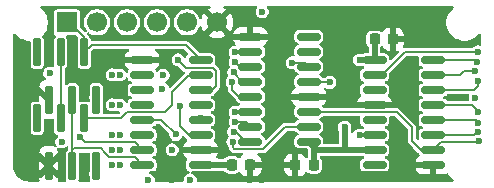
<source format=gbr>
%TF.GenerationSoftware,KiCad,Pcbnew,9.0.1*%
%TF.CreationDate,2025-08-04T21:34:24+02:00*%
%TF.ProjectId,rev1.0,72657631-2e30-42e6-9b69-6361645f7063,rev?*%
%TF.SameCoordinates,Original*%
%TF.FileFunction,Copper,L4,Bot*%
%TF.FilePolarity,Positive*%
%FSLAX46Y46*%
G04 Gerber Fmt 4.6, Leading zero omitted, Abs format (unit mm)*
G04 Created by KiCad (PCBNEW 9.0.1) date 2025-08-04 21:34:24*
%MOMM*%
%LPD*%
G01*
G04 APERTURE LIST*
G04 Aperture macros list*
%AMRoundRect*
0 Rectangle with rounded corners*
0 $1 Rounding radius*
0 $2 $3 $4 $5 $6 $7 $8 $9 X,Y pos of 4 corners*
0 Add a 4 corners polygon primitive as box body*
4,1,4,$2,$3,$4,$5,$6,$7,$8,$9,$2,$3,0*
0 Add four circle primitives for the rounded corners*
1,1,$1+$1,$2,$3*
1,1,$1+$1,$4,$5*
1,1,$1+$1,$6,$7*
1,1,$1+$1,$8,$9*
0 Add four rect primitives between the rounded corners*
20,1,$1+$1,$2,$3,$4,$5,0*
20,1,$1+$1,$4,$5,$6,$7,0*
20,1,$1+$1,$6,$7,$8,$9,0*
20,1,$1+$1,$8,$9,$2,$3,0*%
G04 Aperture macros list end*
%TA.AperFunction,SMDPad,CuDef*%
%ADD10RoundRect,0.090000X0.210000X1.060000X-0.210000X1.060000X-0.210000X-1.060000X0.210000X-1.060000X0*%
%TD*%
%TA.AperFunction,ComponentPad*%
%ADD11R,1.700000X1.700000*%
%TD*%
%TA.AperFunction,ComponentPad*%
%ADD12C,1.700000*%
%TD*%
%TA.AperFunction,SMDPad,CuDef*%
%ADD13RoundRect,0.225000X0.225000X0.250000X-0.225000X0.250000X-0.225000X-0.250000X0.225000X-0.250000X0*%
%TD*%
%TA.AperFunction,SMDPad,CuDef*%
%ADD14RoundRect,0.150000X-0.825000X-0.150000X0.825000X-0.150000X0.825000X0.150000X-0.825000X0.150000X0*%
%TD*%
%TA.AperFunction,SMDPad,CuDef*%
%ADD15RoundRect,0.150000X0.825000X0.150000X-0.825000X0.150000X-0.825000X-0.150000X0.825000X-0.150000X0*%
%TD*%
%TA.AperFunction,SMDPad,CuDef*%
%ADD16RoundRect,0.225000X-0.225000X-0.250000X0.225000X-0.250000X0.225000X0.250000X-0.225000X0.250000X0*%
%TD*%
%TA.AperFunction,ViaPad*%
%ADD17C,0.600000*%
%TD*%
%TA.AperFunction,Conductor*%
%ADD18C,0.200000*%
%TD*%
%TA.AperFunction,Conductor*%
%ADD19C,0.500000*%
%TD*%
G04 APERTURE END LIST*
D10*
%TO.P,J4,1,Pin_1*%
%TO.N,PISO out*%
X208470000Y-98425000D03*
%TO.P,J4,2,Pin_2*%
%TO.N,SIPO in*%
X209470000Y-102425000D03*
%TO.P,J4,3,Pin_3*%
%TO.N,Clock*%
X206470000Y-98425000D03*
%TO.P,J4,4,Pin_4*%
%TO.N,Shift{slash}load*%
X207470000Y-102425000D03*
%TO.P,J4,5,Pin_5*%
%TO.N,VCC*%
X204470000Y-98425000D03*
%TO.P,J4,6,Pin_6*%
%TO.N,GND*%
X205470000Y-102425000D03*
%TD*%
%TO.P,J3,1,Pin_1*%
%TO.N,PISO in*%
X208470000Y-104000000D03*
%TO.P,J3,2,Pin_2*%
%TO.N,SIPO out*%
X209470000Y-108000000D03*
%TO.P,J3,3,Pin_3*%
%TO.N,Clock*%
X206470000Y-104000000D03*
%TO.P,J3,4,Pin_4*%
%TO.N,Shift{slash}load*%
X207470000Y-108000000D03*
%TO.P,J3,5,Pin_5*%
%TO.N,VCC*%
X204470000Y-104000000D03*
%TO.P,J3,6,Pin_6*%
%TO.N,GND*%
X205470000Y-108000000D03*
%TD*%
D11*
%TO.P,J1,1,Pin_1*%
%TO.N,PISO out*%
X207010000Y-95885000D03*
D12*
%TO.P,J1,2,Pin_2*%
%TO.N,SIPO in*%
X209550000Y-95885000D03*
%TO.P,J1,3,Pin_3*%
%TO.N,Clock*%
X212090000Y-95885000D03*
%TO.P,J1,4,Pin_4*%
%TO.N,Shift{slash}load*%
X214630000Y-95885000D03*
%TO.P,J1,5,Pin_5*%
%TO.N,VCC*%
X217170000Y-95885000D03*
%TO.P,J1,6,Pin_6*%
%TO.N,GND*%
X219710000Y-95885000D03*
%TD*%
D13*
%TO.P,C3,1*%
%TO.N,GND*%
X222530000Y-107950000D03*
%TO.P,C3,2*%
%TO.N,VCC*%
X220980000Y-107950000D03*
%TD*%
D14*
%TO.P,U2,1,QB*%
%TO.N,Net-(RN5-R3.1)*%
X222535000Y-105975000D03*
%TO.P,U2,2,QC*%
%TO.N,Net-(RN5-R2.1)*%
X222535000Y-104705000D03*
%TO.P,U2,3,QD*%
%TO.N,Net-(RN5-R1.1)*%
X222535000Y-103435000D03*
%TO.P,U2,4,QE*%
%TO.N,Net-(RN4-R4.1)*%
X222535000Y-102165000D03*
%TO.P,U2,5,QF*%
%TO.N,Net-(RN4-R3.1)*%
X222535000Y-100895000D03*
%TO.P,U2,6,QG*%
%TO.N,Net-(RN4-R2.1)*%
X222535000Y-99625000D03*
%TO.P,U2,7,QH*%
%TO.N,SIPO out*%
X222535000Y-98355000D03*
%TO.P,U2,8,GND*%
%TO.N,GND*%
X222535000Y-97085000D03*
%TO.P,U2,9,QH'*%
%TO.N,unconnected-(U2-QH'-Pad9)*%
X227485000Y-97085000D03*
%TO.P,U2,10,~{SRCLR}*%
%TO.N,VCC*%
X227485000Y-98355000D03*
%TO.P,U2,11,SRCLK*%
%TO.N,Clock*%
X227485000Y-99625000D03*
%TO.P,U2,12,RCLK*%
%TO.N,Shift{slash}load*%
X227485000Y-100895000D03*
%TO.P,U2,13,~{OE}*%
%TO.N,GND*%
X227485000Y-102165000D03*
%TO.P,U2,14,SER*%
%TO.N,Net-(RN6-R1.1)*%
X227485000Y-103435000D03*
%TO.P,U2,15,QA*%
%TO.N,Net-(RN5-R4.1)*%
X227485000Y-104705000D03*
%TO.P,U2,16,VCC*%
%TO.N,VCC*%
X227485000Y-105975000D03*
%TD*%
D15*
%TO.P,U1,1,QB*%
%TO.N,Net-(RN3-R3.1)*%
X237995000Y-99060000D03*
%TO.P,U1,2,QC*%
%TO.N,Net-(RN3-R2.1)*%
X237995000Y-100330000D03*
%TO.P,U1,3,QD*%
%TO.N,Net-(RN3-R1.1)*%
X237995000Y-101600000D03*
%TO.P,U1,4,QE*%
%TO.N,Net-(RN6-R4.1)*%
X237995000Y-102870000D03*
%TO.P,U1,5,QF*%
%TO.N,Net-(RN6-R3.1)*%
X237995000Y-104140000D03*
%TO.P,U1,6,QG*%
%TO.N,Net-(RN6-R2.1)*%
X237995000Y-105410000D03*
%TO.P,U1,7,QH*%
%TO.N,Net-(RN6-R1.1)*%
X237995000Y-106680000D03*
%TO.P,U1,8,GND*%
%TO.N,GND*%
X237995000Y-107950000D03*
%TO.P,U1,9,QH'*%
%TO.N,unconnected-(U1-QH'-Pad9)*%
X233045000Y-107950000D03*
%TO.P,U1,10,~{SRCLR}*%
%TO.N,VCC*%
X233045000Y-106680000D03*
%TO.P,U1,11,SRCLK*%
%TO.N,Clock*%
X233045000Y-105410000D03*
%TO.P,U1,12,RCLK*%
%TO.N,Shift{slash}load*%
X233045000Y-104140000D03*
%TO.P,U1,13,~{OE}*%
%TO.N,GND*%
X233045000Y-102870000D03*
%TO.P,U1,14,SER*%
%TO.N,SIPO in*%
X233045000Y-101600000D03*
%TO.P,U1,15,QA*%
%TO.N,Net-(RN3-R4.1)*%
X233045000Y-100330000D03*
%TO.P,U1,16,VCC*%
%TO.N,VCC*%
X233045000Y-99060000D03*
%TD*%
D13*
%TO.P,C1,1*%
%TO.N,GND*%
X234595000Y-97300684D03*
%TO.P,C1,2*%
%TO.N,VCC*%
X233045000Y-97300684D03*
%TD*%
D14*
%TO.P,U3,1,~{PL}*%
%TO.N,Shift{slash}load*%
X213360000Y-107950000D03*
%TO.P,U3,2,CP*%
%TO.N,Clock*%
X213360000Y-106680000D03*
%TO.P,U3,3,D4*%
%TO.N,Net-(RN1-R4.2)*%
X213360000Y-105410000D03*
%TO.P,U3,4,D5*%
%TO.N,Net-(RN1-R3.2)*%
X213360000Y-104140000D03*
%TO.P,U3,5,D6*%
%TO.N,Net-(RN1-R2.2)*%
X213360000Y-102870000D03*
%TO.P,U3,6,D7*%
%TO.N,Net-(RN1-R1.2)*%
X213360000Y-101600000D03*
%TO.P,U3,7,~{Q7}*%
%TO.N,unconnected-(U3-~{Q7}-Pad7)*%
X213360000Y-100330000D03*
%TO.P,U3,8,GND*%
%TO.N,GND*%
X213360000Y-99060000D03*
%TO.P,U3,9,Q7*%
%TO.N,PISO out*%
X218310000Y-99060000D03*
%TO.P,U3,10,DS*%
%TO.N,PISO in*%
X218310000Y-100330000D03*
%TO.P,U3,11,D0*%
%TO.N,Net-(RN2-R4.2)*%
X218310000Y-101600000D03*
%TO.P,U3,12,D1*%
%TO.N,Net-(RN2-R3.2)*%
X218310000Y-102870000D03*
%TO.P,U3,13,D2*%
%TO.N,Net-(RN2-R2.2)*%
X218310000Y-104140000D03*
%TO.P,U3,14,D3*%
%TO.N,Net-(RN2-R1.2)*%
X218310000Y-105410000D03*
%TO.P,U3,15,~{CE}*%
%TO.N,GND*%
X218310000Y-106680000D03*
%TO.P,U3,16,VCC*%
%TO.N,VCC*%
X218310000Y-107950000D03*
%TD*%
D16*
%TO.P,C2,1*%
%TO.N,GND*%
X226345000Y-107950000D03*
%TO.P,C2,2*%
%TO.N,VCC*%
X227895000Y-107950000D03*
%TD*%
D17*
%TO.N,GND*%
X208551832Y-107475378D03*
%TO.N,VCC*%
X205536535Y-100176279D03*
X206576293Y-105998922D03*
%TO.N,GND*%
X205470000Y-108000000D03*
X205470000Y-102425000D03*
%TO.N,SIPO in*%
X209447842Y-102230743D03*
%TO.N,GND*%
X207476294Y-97433704D03*
%TO.N,VCC*%
X211455000Y-100330000D03*
X210820000Y-100330000D03*
X211455000Y-102870000D03*
X210820000Y-102870000D03*
X210820000Y-105410000D03*
X211455000Y-105410000D03*
X210820000Y-106680000D03*
X211455000Y-106680000D03*
X210820000Y-107950000D03*
X211455000Y-107950000D03*
%TO.N,SIPO out*%
X209426139Y-108703471D03*
%TO.N,VCC*%
X204470000Y-104775000D03*
X204470000Y-97790000D03*
X204470000Y-99060000D03*
X204470000Y-98425000D03*
X204470000Y-103505000D03*
X204470000Y-104140000D03*
%TO.N,Clock*%
X206470000Y-104000000D03*
X208075732Y-105622014D03*
%TO.N,Shift{slash}load*%
X207470000Y-102425000D03*
%TO.N,Clock*%
X206470000Y-98425000D03*
%TO.N,VCC*%
X230556764Y-105358236D03*
X220345000Y-107950000D03*
X233045000Y-99060000D03*
X241589833Y-102239631D03*
X223520000Y-94996000D03*
X220980000Y-107950000D03*
X226934011Y-98367396D03*
X232410000Y-99060000D03*
X217424000Y-109220000D03*
X219710000Y-107950000D03*
X213868000Y-109220000D03*
X231775000Y-99060000D03*
X230505000Y-104775000D03*
%TO.N,GND*%
X235235000Y-95885000D03*
X235204000Y-102108000D03*
X227735000Y-95885000D03*
X229616000Y-104140000D03*
X227695226Y-109068412D03*
X227761953Y-94939361D03*
X235287856Y-109000215D03*
X235248499Y-95015136D03*
X234696000Y-101092000D03*
X223520000Y-109220000D03*
X222504000Y-109220000D03*
X215900000Y-109220000D03*
X240330558Y-102219643D03*
%TO.N,Net-(RN1-R4.2)*%
X213360000Y-105410000D03*
%TO.N,Net-(RN2-R3.2)*%
X218419793Y-102996024D03*
X215143489Y-100361727D03*
%TO.N,Net-(RN2-R2.2)*%
X218365909Y-103978347D03*
X215091735Y-101491698D03*
%TO.N,Net-(RN2-R4.2)*%
X216408000Y-99060000D03*
%TO.N,Net-(RN2-R1.2)*%
X216576921Y-102926367D03*
%TO.N,SIPO in*%
X233045000Y-101600000D03*
%TO.N,SIPO out*%
X221265000Y-98425000D03*
%TO.N,Net-(RN3-R1.1)*%
X241793421Y-100818455D03*
%TO.N,Net-(RN3-R2.1)*%
X241585000Y-100023904D03*
%TO.N,Net-(RN3-R3.1)*%
X241708754Y-99190257D03*
%TO.N,Net-(RN3-R4.1)*%
X241773873Y-98379399D03*
%TO.N,Net-(RN6-R3.1)*%
X241843353Y-104361437D03*
%TO.N,Net-(RN6-R4.1)*%
X241832882Y-103497403D03*
%TO.N,Net-(RN6-R2.1)*%
X241824311Y-105161213D03*
%TO.N,Net-(RN6-R1.1)*%
X241874969Y-105959610D03*
%TO.N,Net-(RN4-R4.1)*%
X220980000Y-100928346D03*
%TO.N,Net-(RN4-R2.1)*%
X221255220Y-99234227D03*
%TO.N,Net-(RN4-R3.1)*%
X221137989Y-100084157D03*
%TO.N,Net-(RN5-R1.1)*%
X221265000Y-103505000D03*
%TO.N,Net-(RN5-R3.1)*%
X221112634Y-105118470D03*
%TO.N,Net-(RN5-R2.1)*%
X221264999Y-104305000D03*
%TO.N,Net-(RN5-R4.1)*%
X221060000Y-105963162D03*
%TO.N,Clock*%
X231775000Y-105410000D03*
X226095889Y-99290867D03*
%TO.N,Shift{slash}load*%
X233045000Y-104140000D03*
X229235000Y-100965000D03*
%TO.N,Net-(RN1-R2.2)*%
X215900000Y-106680000D03*
X213360000Y-102870000D03*
%TO.N,Net-(RN1-R1.2)*%
X213360000Y-101600000D03*
%TO.N,Net-(RN1-R3.2)*%
X216226140Y-105368169D03*
%TD*%
D18*
%TO.N,Shift{slash}load*%
X207470000Y-106680000D02*
X207470000Y-108000000D01*
X207601000Y-106549000D02*
X207470000Y-106680000D01*
X209844452Y-106549000D02*
X207601000Y-106549000D01*
X210219000Y-106928943D02*
X210219000Y-106923548D01*
X210610452Y-107315000D02*
X210576452Y-107281000D01*
X210576452Y-107281000D02*
X210571057Y-107281000D01*
X210571057Y-107281000D02*
X210219000Y-106928943D01*
X212725000Y-107315000D02*
X210610452Y-107315000D01*
X213360000Y-107950000D02*
X212725000Y-107315000D01*
X210219000Y-106923548D02*
X209844452Y-106549000D01*
%TO.N,Clock*%
X208498718Y-106045000D02*
X212725000Y-106045000D01*
X212725000Y-106045000D02*
X213360000Y-106680000D01*
X208075732Y-105622014D02*
X208498718Y-106045000D01*
%TO.N,PISO in*%
X211595000Y-104000000D02*
X208470000Y-104000000D01*
X215265000Y-103505000D02*
X212090000Y-103505000D01*
X212090000Y-103505000D02*
X211595000Y-104000000D01*
%TO.N,Shift{slash}load*%
X207470000Y-102425000D02*
X207470000Y-108000000D01*
%TO.N,PISO out*%
X208470000Y-97128681D02*
X207226319Y-95885000D01*
X207226319Y-95885000D02*
X207010000Y-95885000D01*
X208470000Y-98425000D02*
X208470000Y-97128681D01*
X208470000Y-98425000D02*
X209105000Y-97790000D01*
X217040000Y-97790000D02*
X218310000Y-99060000D01*
X209105000Y-97790000D02*
X217040000Y-97790000D01*
%TO.N,Clock*%
X206470000Y-98425000D02*
X206470000Y-104000000D01*
%TO.N,VCC*%
X204470000Y-104000000D02*
X204470000Y-103505000D01*
D19*
X230505000Y-105306472D02*
X230505000Y-104775000D01*
X233045000Y-97300684D02*
X233045000Y-99060000D01*
X227485000Y-105975000D02*
X227895000Y-105975000D01*
X230505000Y-105410000D02*
X230505000Y-106680000D01*
X227965000Y-106045000D02*
X227895000Y-106115000D01*
X227895000Y-106115000D02*
X227895000Y-107950000D01*
X230505000Y-106680000D02*
X228190000Y-106680000D01*
X230556764Y-105358236D02*
X230505000Y-105410000D01*
X220345000Y-107950000D02*
X219710000Y-107950000D01*
X228190000Y-106680000D02*
X227485000Y-105975000D01*
X227895000Y-105975000D02*
X227965000Y-106045000D01*
X230556764Y-105358236D02*
X230505000Y-105306472D01*
X233045000Y-106680000D02*
X230505000Y-106680000D01*
X220980000Y-107950000D02*
X220345000Y-107950000D01*
X219710000Y-107950000D02*
X218310000Y-107950000D01*
X233045000Y-99060000D02*
X231775000Y-99060000D01*
D18*
%TO.N,Net-(RN2-R4.2)*%
X219325968Y-99729000D02*
X217077000Y-99729000D01*
X217077000Y-99729000D02*
X216408000Y-99060000D01*
X219586000Y-101298999D02*
X219586000Y-99989032D01*
X218310000Y-101600000D02*
X219284999Y-101600000D01*
X219284999Y-101600000D02*
X219586000Y-101298999D01*
X219586000Y-99989032D02*
X219325968Y-99729000D01*
%TO.N,Net-(RN2-R1.2)*%
X217335001Y-105410000D02*
X216576921Y-104651920D01*
X218310000Y-105410000D02*
X217335001Y-105410000D01*
X216576921Y-104651920D02*
X216576921Y-102926367D01*
%TO.N,PISO in*%
X217335001Y-100330000D02*
X218310000Y-100330000D01*
X215900000Y-102870000D02*
X215900000Y-101765001D01*
X215900000Y-101765001D02*
X217335001Y-100330000D01*
X215265000Y-103505000D02*
X215900000Y-102870000D01*
%TO.N,SIPO out*%
X222535000Y-98355000D02*
X221335000Y-98355000D01*
X221335000Y-98355000D02*
X221265000Y-98425000D01*
%TO.N,Net-(RN3-R1.1)*%
X241793421Y-101261330D02*
X241454751Y-101600000D01*
X241793421Y-100818455D02*
X241793421Y-101261330D01*
X241454751Y-101600000D02*
X237995000Y-101600000D01*
%TO.N,Net-(RN3-R2.1)*%
X240315000Y-100330000D02*
X237995000Y-100330000D01*
X240621096Y-100023904D02*
X241585000Y-100023904D01*
X240315000Y-100330000D02*
X240621096Y-100023904D01*
X241585000Y-100023904D02*
X241591522Y-100023904D01*
X241591522Y-100023904D02*
X241728293Y-100023904D01*
%TO.N,Net-(RN3-R3.1)*%
X241578497Y-99060000D02*
X237995000Y-99060000D01*
X241708754Y-99190257D02*
X241578497Y-99060000D01*
%TO.N,Net-(RN3-R4.1)*%
X241773873Y-98379399D02*
X235630601Y-98379399D01*
X241630601Y-98379399D02*
X241585000Y-98425000D01*
X241773873Y-98379399D02*
X241630601Y-98379399D01*
X233680000Y-100330000D02*
X233045000Y-100330000D01*
X235630601Y-98379399D02*
X233680000Y-100330000D01*
%TO.N,Net-(RN6-R3.1)*%
X241654857Y-104140000D02*
X237995000Y-104140000D01*
X241798147Y-104283290D02*
X241654857Y-104140000D01*
%TO.N,Net-(RN6-R4.1)*%
X241322710Y-102870000D02*
X237995000Y-102870000D01*
X241832882Y-103497403D02*
X241832882Y-103380172D01*
X241832882Y-103380172D02*
X241322710Y-102870000D01*
%TO.N,Net-(RN6-R2.1)*%
X241506845Y-105410000D02*
X237995000Y-105410000D01*
X241825986Y-105090859D02*
X241506845Y-105410000D01*
%TO.N,Net-(RN6-R1.1)*%
X237995000Y-106680000D02*
X238630000Y-106045000D01*
X227521000Y-103471000D02*
X234916000Y-103471000D01*
X236220000Y-105879999D02*
X237020001Y-106680000D01*
X227485000Y-103435000D02*
X227521000Y-103471000D01*
X236220000Y-104775000D02*
X236220000Y-105879999D01*
X241789579Y-106045000D02*
X241874969Y-105959610D01*
X234916000Y-103471000D02*
X236220000Y-104775000D01*
X238630000Y-106045000D02*
X241789579Y-106045000D01*
X237020001Y-106680000D02*
X237995000Y-106680000D01*
%TO.N,Net-(RN4-R4.1)*%
X220980000Y-100928346D02*
X221014816Y-100963162D01*
X221014816Y-100963162D02*
X221014816Y-101619815D01*
X221560001Y-102165000D02*
X222535000Y-102165000D01*
X221014816Y-101619815D02*
X221560001Y-102165000D01*
%TO.N,Net-(RN4-R2.1)*%
X221645993Y-99625000D02*
X221255220Y-99234227D01*
X221753454Y-99625000D02*
X221645993Y-99625000D01*
%TO.N,Net-(RN4-R3.1)*%
X222535000Y-100895000D02*
X221830000Y-100895000D01*
X221137989Y-100202989D02*
X221137989Y-100084157D01*
X221830000Y-100895000D02*
X221137989Y-100202989D01*
%TO.N,Net-(RN5-R1.1)*%
X222465000Y-103505000D02*
X222535000Y-103435000D01*
X221265000Y-103505000D02*
X222465000Y-103505000D01*
%TO.N,Net-(RN5-R3.1)*%
X221118460Y-105115852D02*
X221304076Y-105115852D01*
X221115842Y-105118470D02*
X221118460Y-105115852D01*
X222163224Y-105975000D02*
X222535000Y-105975000D01*
X221304076Y-105115852D02*
X222163224Y-105975000D01*
X221112634Y-105118470D02*
X221115842Y-105118470D01*
%TO.N,Net-(RN5-R2.1)*%
X222135000Y-104305000D02*
X222535000Y-104705000D01*
X221264999Y-104305000D02*
X222135000Y-104305000D01*
%TO.N,Net-(RN5-R4.1)*%
X221060000Y-105963162D02*
X221052850Y-105956012D01*
X225495000Y-104705000D02*
X223624000Y-106576000D01*
X221060000Y-106455150D02*
X221060000Y-105963162D01*
X227485000Y-104705000D02*
X225495000Y-104705000D01*
X221050075Y-105973087D02*
X221050075Y-106465075D01*
X223624000Y-106576000D02*
X221180850Y-106576000D01*
X221060000Y-105963162D02*
X221050075Y-105973087D01*
X221052850Y-105956012D02*
X221050075Y-105956012D01*
X221180850Y-106576000D02*
X221060000Y-106455150D01*
%TO.N,Clock*%
X227150867Y-99290867D02*
X227485000Y-99625000D01*
X226095889Y-99290867D02*
X227150867Y-99290867D01*
X231775000Y-105410000D02*
X233045000Y-105410000D01*
%TO.N,Shift{slash}load*%
X227555000Y-100965000D02*
X227485000Y-100895000D01*
X229235000Y-100965000D02*
X227555000Y-100965000D01*
%TO.N,Net-(RN1-R3.2)*%
X214997971Y-104140000D02*
X213360000Y-104140000D01*
X216226140Y-105368169D02*
X214997971Y-104140000D01*
%TD*%
%TA.AperFunction,Conductor*%
%TO.N,GND*%
G36*
X219138684Y-94499407D02*
G01*
X219174648Y-94548907D01*
X219174648Y-94610093D01*
X219138684Y-94659593D01*
X219125438Y-94667710D01*
X219002446Y-94730376D01*
X219002442Y-94730378D01*
X218948282Y-94769728D01*
X219580591Y-95402037D01*
X219517007Y-95419075D01*
X219402993Y-95484901D01*
X219309901Y-95577993D01*
X219244075Y-95692007D01*
X219227037Y-95755591D01*
X218594728Y-95123282D01*
X218555378Y-95177442D01*
X218555376Y-95177446D01*
X218458904Y-95366784D01*
X218402985Y-95538887D01*
X218367021Y-95588387D01*
X218308830Y-95607294D01*
X218250639Y-95588387D01*
X218214676Y-95538887D01*
X218189876Y-95462561D01*
X218189874Y-95462558D01*
X218189873Y-95462557D01*
X218189873Y-95462555D01*
X218111232Y-95308212D01*
X218009414Y-95168072D01*
X217886928Y-95045586D01*
X217746788Y-94943768D01*
X217746787Y-94943767D01*
X217746785Y-94943766D01*
X217592441Y-94865125D01*
X217592438Y-94865123D01*
X217427706Y-94811598D01*
X217427702Y-94811597D01*
X217256614Y-94784500D01*
X217256611Y-94784500D01*
X217083389Y-94784500D01*
X217083386Y-94784500D01*
X216912297Y-94811597D01*
X216912293Y-94811598D01*
X216747561Y-94865123D01*
X216747558Y-94865125D01*
X216593214Y-94943766D01*
X216453073Y-95045585D01*
X216330585Y-95168073D01*
X216228766Y-95308214D01*
X216150125Y-95462558D01*
X216150123Y-95462561D01*
X216096598Y-95627293D01*
X216096597Y-95627297D01*
X216069500Y-95798385D01*
X216069500Y-95971614D01*
X216096597Y-96142702D01*
X216096598Y-96142706D01*
X216150123Y-96307438D01*
X216150125Y-96307441D01*
X216206107Y-96417314D01*
X216228768Y-96461788D01*
X216330586Y-96601928D01*
X216453072Y-96724414D01*
X216593212Y-96826232D01*
X216747555Y-96904873D01*
X216747557Y-96904873D01*
X216747558Y-96904874D01*
X216747561Y-96904876D01*
X216912293Y-96958401D01*
X216912297Y-96958402D01*
X217083386Y-96985500D01*
X217083389Y-96985500D01*
X217256614Y-96985500D01*
X217427702Y-96958402D01*
X217427706Y-96958401D01*
X217592438Y-96904876D01*
X217592440Y-96904874D01*
X217592445Y-96904873D01*
X217746788Y-96826232D01*
X217886928Y-96724414D01*
X218009414Y-96601928D01*
X218111232Y-96461788D01*
X218189873Y-96307445D01*
X218214675Y-96231111D01*
X218250639Y-96181612D01*
X218308830Y-96162705D01*
X218367021Y-96181612D01*
X218402985Y-96231112D01*
X218458904Y-96403215D01*
X218555376Y-96592553D01*
X218555380Y-96592559D01*
X218594728Y-96646716D01*
X218594729Y-96646716D01*
X219227037Y-96014407D01*
X219244075Y-96077993D01*
X219309901Y-96192007D01*
X219402993Y-96285099D01*
X219517007Y-96350925D01*
X219580589Y-96367962D01*
X218948282Y-97000269D01*
X218948282Y-97000270D01*
X219002440Y-97039619D01*
X219002446Y-97039623D01*
X219191784Y-97136095D01*
X219393878Y-97201759D01*
X219603750Y-97235000D01*
X219816250Y-97235000D01*
X220026121Y-97201759D01*
X220228215Y-97136095D01*
X220417556Y-97039620D01*
X220471716Y-97000270D01*
X220306446Y-96835000D01*
X221062704Y-96835000D01*
X222284999Y-96835000D01*
X222285000Y-96834999D01*
X222285000Y-96285001D01*
X222785000Y-96285001D01*
X222785000Y-96834999D01*
X222785001Y-96835000D01*
X224007295Y-96835000D01*
X224007100Y-96832513D01*
X224007098Y-96832506D01*
X223961280Y-96674799D01*
X223961280Y-96674798D01*
X223877685Y-96533447D01*
X223761552Y-96417314D01*
X223620200Y-96333719D01*
X223462489Y-96287899D01*
X223425637Y-96285000D01*
X222785001Y-96285000D01*
X222785000Y-96285001D01*
X222285000Y-96285001D01*
X222284999Y-96285000D01*
X221644363Y-96285000D01*
X221607510Y-96287899D01*
X221449799Y-96333719D01*
X221449798Y-96333719D01*
X221308447Y-96417314D01*
X221192314Y-96533447D01*
X221108719Y-96674798D01*
X221108719Y-96674799D01*
X221062901Y-96832506D01*
X221062899Y-96832513D01*
X221062704Y-96835000D01*
X220306446Y-96835000D01*
X219839408Y-96367962D01*
X219902993Y-96350925D01*
X220017007Y-96285099D01*
X220110099Y-96192007D01*
X220175925Y-96077993D01*
X220192962Y-96014408D01*
X220825270Y-96646716D01*
X220864620Y-96592556D01*
X220961095Y-96403215D01*
X221026759Y-96201121D01*
X221060000Y-95991250D01*
X221060000Y-95778749D01*
X221026759Y-95568878D01*
X220961095Y-95366784D01*
X220864623Y-95177446D01*
X220864619Y-95177440D01*
X220825270Y-95123282D01*
X220825269Y-95123282D01*
X220192962Y-95755589D01*
X220175925Y-95692007D01*
X220110099Y-95577993D01*
X220017007Y-95484901D01*
X219902993Y-95419075D01*
X219839407Y-95402037D01*
X220471716Y-94769729D01*
X220471716Y-94769728D01*
X220417559Y-94730380D01*
X220417553Y-94730376D01*
X220294562Y-94667710D01*
X220251298Y-94624445D01*
X220241726Y-94564013D01*
X220269503Y-94509497D01*
X220324020Y-94481719D01*
X220339507Y-94480500D01*
X223017969Y-94480500D01*
X223076160Y-94499407D01*
X223112124Y-94548907D01*
X223112124Y-94610093D01*
X223087974Y-94649501D01*
X223079491Y-94657985D01*
X223079488Y-94657988D01*
X223079487Y-94657989D01*
X223007017Y-94783510D01*
X223002857Y-94799035D01*
X222969500Y-94923525D01*
X222969500Y-95068475D01*
X222970542Y-95072362D01*
X223007017Y-95208489D01*
X223079487Y-95334010D01*
X223079489Y-95334012D01*
X223079491Y-95334015D01*
X223181985Y-95436509D01*
X223181987Y-95436510D01*
X223181989Y-95436512D01*
X223307511Y-95508982D01*
X223307512Y-95508982D01*
X223307515Y-95508984D01*
X223447525Y-95546500D01*
X223447526Y-95546500D01*
X223592474Y-95546500D01*
X223592475Y-95546500D01*
X223732485Y-95508984D01*
X223732487Y-95508982D01*
X223732489Y-95508982D01*
X223858010Y-95436512D01*
X223858010Y-95436511D01*
X223858015Y-95436509D01*
X223960509Y-95334015D01*
X223975405Y-95308214D01*
X224032982Y-95208489D01*
X224032982Y-95208487D01*
X224032984Y-95208485D01*
X224070500Y-95068475D01*
X224070500Y-94923525D01*
X224032984Y-94783515D01*
X224032982Y-94783512D01*
X224032982Y-94783510D01*
X223960512Y-94657989D01*
X223960510Y-94657987D01*
X223960509Y-94657985D01*
X223952025Y-94649501D01*
X223924250Y-94594987D01*
X223933821Y-94534555D01*
X223977086Y-94491290D01*
X224022031Y-94480500D01*
X239655570Y-94480500D01*
X239713761Y-94499407D01*
X239749725Y-94548907D01*
X239749725Y-94610093D01*
X239713761Y-94659591D01*
X239674931Y-94687803D01*
X239654918Y-94702344D01*
X239482344Y-94874918D01*
X239338892Y-95072362D01*
X239228096Y-95289814D01*
X239152677Y-95521928D01*
X239114500Y-95762969D01*
X239114500Y-96007030D01*
X239152677Y-96248071D01*
X239228096Y-96480185D01*
X239338892Y-96697637D01*
X239371266Y-96742196D01*
X239482345Y-96895083D01*
X239654917Y-97067655D01*
X239766757Y-97148911D01*
X239852362Y-97211107D01*
X239961088Y-97266505D01*
X240069815Y-97321904D01*
X240301924Y-97397321D01*
X240301925Y-97397321D01*
X240301928Y-97397322D01*
X240542970Y-97435500D01*
X240542973Y-97435500D01*
X240787030Y-97435500D01*
X241028071Y-97397322D01*
X241028072Y-97397321D01*
X241028076Y-97397321D01*
X241260185Y-97321904D01*
X241477639Y-97211106D01*
X241675083Y-97067655D01*
X241847655Y-96895083D01*
X241890408Y-96836238D01*
X241939907Y-96800275D01*
X242001093Y-96800275D01*
X242050593Y-96836239D01*
X242069500Y-96894430D01*
X242069500Y-97759673D01*
X242050593Y-97817864D01*
X242001093Y-97853828D01*
X241944877Y-97855300D01*
X241846348Y-97828899D01*
X241701398Y-97828899D01*
X241679316Y-97834816D01*
X241561383Y-97866416D01*
X241435862Y-97938886D01*
X241435857Y-97938890D01*
X241374844Y-97999903D01*
X241320327Y-98027680D01*
X241304841Y-98028899D01*
X235584457Y-98028899D01*
X235584456Y-98028899D01*
X235584449Y-98028900D01*
X235576450Y-98031043D01*
X235515349Y-98027837D01*
X235467802Y-97989328D01*
X235451970Y-97930227D01*
X235466575Y-97883440D01*
X235481545Y-97859170D01*
X235534856Y-97698287D01*
X235545000Y-97599007D01*
X235545000Y-97550685D01*
X235544999Y-97550684D01*
X234845001Y-97550684D01*
X234845000Y-97550685D01*
X234845000Y-98275682D01*
X234845001Y-98275683D01*
X234868322Y-98275683D01*
X234967597Y-98265541D01*
X234967605Y-98265539D01*
X234991610Y-98257585D01*
X235052794Y-98257229D01*
X235102503Y-98292903D01*
X235121749Y-98350983D01*
X235103182Y-98409283D01*
X235092754Y-98421564D01*
X234439502Y-99074814D01*
X234384986Y-99102591D01*
X234324554Y-99093020D01*
X234281289Y-99049755D01*
X234270499Y-99004810D01*
X234270499Y-98878479D01*
X234270498Y-98878476D01*
X234255647Y-98784700D01*
X234255646Y-98784698D01*
X234255646Y-98784696D01*
X234198050Y-98671658D01*
X234108342Y-98581950D01*
X233995304Y-98524354D01*
X233995305Y-98524354D01*
X233901522Y-98509500D01*
X233901519Y-98509500D01*
X233644500Y-98509500D01*
X233586309Y-98490593D01*
X233550345Y-98441093D01*
X233545500Y-98410500D01*
X233545500Y-97987976D01*
X233550132Y-97973717D01*
X233549919Y-97958730D01*
X233559348Y-97945354D01*
X233564407Y-97929785D01*
X233585173Y-97908722D01*
X233603703Y-97894851D01*
X233661618Y-97875115D01*
X233720072Y-97893190D01*
X233747290Y-97922132D01*
X233797426Y-98003414D01*
X233917270Y-98123258D01*
X234061512Y-98212229D01*
X234222396Y-98265540D01*
X234321676Y-98275683D01*
X234345000Y-98275682D01*
X234345000Y-96325685D01*
X234845000Y-96325685D01*
X234845000Y-97050683D01*
X234845001Y-97050684D01*
X235544998Y-97050684D01*
X235544999Y-97050683D01*
X235544999Y-97002361D01*
X235534857Y-96903086D01*
X235534854Y-96903074D01*
X235481545Y-96742196D01*
X235392574Y-96597954D01*
X235272729Y-96478109D01*
X235128487Y-96389138D01*
X234967603Y-96335827D01*
X234868323Y-96325684D01*
X234845001Y-96325684D01*
X234845000Y-96325685D01*
X234345000Y-96325685D01*
X234345000Y-96325684D01*
X234344999Y-96325683D01*
X234321689Y-96325684D01*
X234321684Y-96325685D01*
X234222401Y-96335826D01*
X234222390Y-96335829D01*
X234061512Y-96389138D01*
X233917270Y-96478109D01*
X233797426Y-96597953D01*
X233747290Y-96679236D01*
X233700649Y-96718837D01*
X233639638Y-96723460D01*
X233603702Y-96706517D01*
X233602828Y-96705863D01*
X233561331Y-96674798D01*
X233500228Y-96629057D01*
X233500226Y-96629056D01*
X233372114Y-96581272D01*
X233372113Y-96581271D01*
X233333895Y-96577163D01*
X233315485Y-96575184D01*
X233315481Y-96575184D01*
X232774521Y-96575184D01*
X232774515Y-96575185D01*
X232717888Y-96581271D01*
X232717886Y-96581272D01*
X232589774Y-96629056D01*
X232589773Y-96629056D01*
X232589772Y-96629057D01*
X232480315Y-96710995D01*
X232480311Y-96710999D01*
X232398373Y-96820455D01*
X232350587Y-96948571D01*
X232344500Y-97005202D01*
X232344500Y-97596162D01*
X232344501Y-97596168D01*
X232350587Y-97652795D01*
X232350587Y-97652796D01*
X232350588Y-97652798D01*
X232398372Y-97780910D01*
X232480313Y-97890371D01*
X232480316Y-97890373D01*
X232480319Y-97890376D01*
X232504827Y-97908722D01*
X232540081Y-97958729D01*
X232544500Y-97987976D01*
X232544500Y-98410500D01*
X232525593Y-98468691D01*
X232476093Y-98504655D01*
X232445500Y-98509500D01*
X232188479Y-98509500D01*
X232188476Y-98509501D01*
X232094699Y-98524352D01*
X232094696Y-98524353D01*
X232062455Y-98540780D01*
X232002023Y-98550350D01*
X231991890Y-98548196D01*
X231902910Y-98524354D01*
X231847475Y-98509500D01*
X231702525Y-98509500D01*
X231647090Y-98524354D01*
X231562510Y-98547017D01*
X231436989Y-98619487D01*
X231334487Y-98721989D01*
X231262017Y-98847510D01*
X231247473Y-98901790D01*
X231224500Y-98987525D01*
X231224500Y-99132475D01*
X231228379Y-99146950D01*
X231262017Y-99272489D01*
X231334487Y-99398010D01*
X231334489Y-99398012D01*
X231334491Y-99398015D01*
X231436985Y-99500509D01*
X231436987Y-99500510D01*
X231436989Y-99500512D01*
X231562511Y-99572982D01*
X231562512Y-99572982D01*
X231562515Y-99572984D01*
X231702525Y-99610500D01*
X231702526Y-99610500D01*
X231847473Y-99610500D01*
X231847475Y-99610500D01*
X231987485Y-99572984D01*
X231987487Y-99572982D01*
X231991889Y-99571803D01*
X231991936Y-99571805D01*
X231991976Y-99571780D01*
X231992494Y-99571834D01*
X232052991Y-99575005D01*
X232053075Y-99575038D01*
X232057880Y-99576887D01*
X232094696Y-99595646D01*
X232114950Y-99598853D01*
X232124701Y-99602607D01*
X232140736Y-99615616D01*
X232159141Y-99624993D01*
X232163965Y-99634461D01*
X232172216Y-99641155D01*
X232177542Y-99661106D01*
X232186920Y-99679509D01*
X232185258Y-99690003D01*
X232187999Y-99700270D01*
X232180579Y-99719544D01*
X232177350Y-99739941D01*
X232169836Y-99747454D01*
X232166020Y-99757371D01*
X232148689Y-99768603D01*
X232134087Y-99783207D01*
X232118184Y-99788374D01*
X232114676Y-99790649D01*
X232111678Y-99790489D01*
X232104629Y-99792780D01*
X232094697Y-99794353D01*
X232094695Y-99794354D01*
X231981659Y-99851949D01*
X231891949Y-99941659D01*
X231834354Y-100054695D01*
X231819500Y-100148477D01*
X231819500Y-100511520D01*
X231819501Y-100511523D01*
X231834352Y-100605299D01*
X231834354Y-100605304D01*
X231891950Y-100718342D01*
X231981658Y-100808050D01*
X232094696Y-100865646D01*
X232104625Y-100867218D01*
X232159140Y-100894993D01*
X232186919Y-100949509D01*
X232177349Y-101009941D01*
X232134086Y-101053207D01*
X232104628Y-101062780D01*
X232094698Y-101064353D01*
X232094695Y-101064354D01*
X231981659Y-101121949D01*
X231891949Y-101211659D01*
X231834354Y-101324695D01*
X231819500Y-101418477D01*
X231819500Y-101781520D01*
X231819501Y-101781523D01*
X231834351Y-101875294D01*
X231834354Y-101875304D01*
X231891950Y-101988342D01*
X231908844Y-102005236D01*
X231936620Y-102059751D01*
X231927049Y-102120183D01*
X231889234Y-102160451D01*
X231818447Y-102202314D01*
X231702314Y-102318447D01*
X231618719Y-102459798D01*
X231618719Y-102459799D01*
X231572901Y-102617506D01*
X231572899Y-102617513D01*
X231572704Y-102620000D01*
X234517295Y-102620000D01*
X234517100Y-102617513D01*
X234517098Y-102617506D01*
X234471280Y-102459799D01*
X234471280Y-102459798D01*
X234387685Y-102318447D01*
X234271554Y-102202316D01*
X234200765Y-102160452D01*
X234160302Y-102114556D01*
X234154544Y-102053642D01*
X234181156Y-102005235D01*
X234198050Y-101988342D01*
X234255646Y-101875304D01*
X234270500Y-101781519D01*
X234270499Y-101418482D01*
X234267621Y-101400312D01*
X234255647Y-101324700D01*
X234255646Y-101324698D01*
X234255646Y-101324696D01*
X234198050Y-101211658D01*
X234108342Y-101121950D01*
X233995304Y-101064354D01*
X233995306Y-101064354D01*
X233985372Y-101062781D01*
X233930856Y-101035002D01*
X233903080Y-100980485D01*
X233912652Y-100920053D01*
X233955917Y-100876790D01*
X233985376Y-100867218D01*
X233995304Y-100865646D01*
X234108342Y-100808050D01*
X234198050Y-100718342D01*
X234255646Y-100605304D01*
X234270500Y-100511519D01*
X234270499Y-100276188D01*
X234289406Y-100217999D01*
X234299489Y-100206191D01*
X235746786Y-98758895D01*
X235801303Y-98731118D01*
X235816790Y-98729899D01*
X236677119Y-98729899D01*
X236735310Y-98748806D01*
X236771274Y-98798306D01*
X236774900Y-98844387D01*
X236769500Y-98878479D01*
X236769500Y-99241520D01*
X236769501Y-99241523D01*
X236784352Y-99335299D01*
X236784354Y-99335304D01*
X236841950Y-99448342D01*
X236931658Y-99538050D01*
X237044696Y-99595646D01*
X237054625Y-99597218D01*
X237109140Y-99624993D01*
X237136919Y-99679509D01*
X237127349Y-99739941D01*
X237084086Y-99783207D01*
X237054628Y-99792780D01*
X237044698Y-99794353D01*
X237044695Y-99794354D01*
X236931659Y-99851949D01*
X236841949Y-99941659D01*
X236784354Y-100054695D01*
X236769500Y-100148477D01*
X236769500Y-100511520D01*
X236769501Y-100511523D01*
X236784352Y-100605299D01*
X236784354Y-100605304D01*
X236841950Y-100718342D01*
X236931658Y-100808050D01*
X237044696Y-100865646D01*
X237054625Y-100867218D01*
X237109140Y-100894993D01*
X237136919Y-100949509D01*
X237127349Y-101009941D01*
X237084086Y-101053207D01*
X237054628Y-101062780D01*
X237044698Y-101064353D01*
X237044695Y-101064354D01*
X236931659Y-101121949D01*
X236841949Y-101211659D01*
X236784354Y-101324695D01*
X236769500Y-101418477D01*
X236769500Y-101781520D01*
X236769501Y-101781523D01*
X236784351Y-101875294D01*
X236784354Y-101875304D01*
X236841950Y-101988342D01*
X236931658Y-102078050D01*
X237044696Y-102135646D01*
X237054625Y-102137218D01*
X237109140Y-102164993D01*
X237136919Y-102219509D01*
X237127349Y-102279941D01*
X237084086Y-102323207D01*
X237054628Y-102332780D01*
X237044698Y-102334353D01*
X237044695Y-102334354D01*
X236931659Y-102391949D01*
X236841949Y-102481659D01*
X236784354Y-102594695D01*
X236769500Y-102688477D01*
X236769500Y-103051520D01*
X236769501Y-103051523D01*
X236784352Y-103145299D01*
X236784354Y-103145304D01*
X236841950Y-103258342D01*
X236931658Y-103348050D01*
X237044696Y-103405646D01*
X237054625Y-103407218D01*
X237109140Y-103434993D01*
X237136919Y-103489509D01*
X237127349Y-103549941D01*
X237084086Y-103593207D01*
X237054628Y-103602780D01*
X237044698Y-103604353D01*
X237044695Y-103604354D01*
X236931659Y-103661949D01*
X236841949Y-103751659D01*
X236784354Y-103864695D01*
X236769500Y-103958477D01*
X236769500Y-104321520D01*
X236769501Y-104321523D01*
X236784352Y-104415299D01*
X236784354Y-104415304D01*
X236841950Y-104528342D01*
X236931658Y-104618050D01*
X237044696Y-104675646D01*
X237054625Y-104677218D01*
X237109140Y-104704993D01*
X237136919Y-104759509D01*
X237127349Y-104819941D01*
X237084086Y-104863207D01*
X237054628Y-104872780D01*
X237044698Y-104874353D01*
X237044695Y-104874354D01*
X236931659Y-104931949D01*
X236841949Y-105021659D01*
X236784354Y-105134695D01*
X236769500Y-105228477D01*
X236769500Y-105591520D01*
X236769501Y-105591523D01*
X236785572Y-105693001D01*
X236783685Y-105693299D01*
X236783686Y-105744433D01*
X236747722Y-105793933D01*
X236689532Y-105812841D01*
X236631341Y-105793934D01*
X236619533Y-105783850D01*
X236599495Y-105763812D01*
X236571719Y-105709297D01*
X236570500Y-105693810D01*
X236570500Y-104728857D01*
X236570248Y-104727915D01*
X236546614Y-104639712D01*
X236529404Y-104609904D01*
X236529404Y-104609903D01*
X236506584Y-104570379D01*
X236500469Y-104559787D01*
X235131212Y-103190530D01*
X235051288Y-103144386D01*
X234962144Y-103120500D01*
X234962142Y-103120500D01*
X234561042Y-103120500D01*
X234559503Y-103120000D01*
X231534056Y-103120000D01*
X231528958Y-103120500D01*
X228736342Y-103120500D01*
X228678151Y-103101593D01*
X228656450Y-103079966D01*
X228651747Y-103073539D01*
X228638050Y-103046658D01*
X228615767Y-103024375D01*
X228611268Y-103018227D01*
X228603978Y-102996050D01*
X228593379Y-102975248D01*
X228594601Y-102967527D01*
X228592161Y-102960102D01*
X228599297Y-102937876D01*
X228602950Y-102914816D01*
X228608652Y-102908743D01*
X228610867Y-102901847D01*
X228624494Y-102891873D01*
X228640766Y-102874547D01*
X228711553Y-102832684D01*
X228827685Y-102716552D01*
X228911280Y-102575201D01*
X228911280Y-102575200D01*
X228957098Y-102417493D01*
X228957100Y-102417486D01*
X228957296Y-102415000D01*
X226012704Y-102415000D01*
X226012899Y-102417486D01*
X226012901Y-102417493D01*
X226058719Y-102575200D01*
X226058719Y-102575201D01*
X226142314Y-102716552D01*
X226258445Y-102832683D01*
X226329234Y-102874547D01*
X226369696Y-102920443D01*
X226375455Y-102981357D01*
X226348844Y-103029763D01*
X226331952Y-103046655D01*
X226331950Y-103046658D01*
X226274354Y-103159695D01*
X226259500Y-103253477D01*
X226259500Y-103616520D01*
X226259501Y-103616523D01*
X226274352Y-103710299D01*
X226274354Y-103710304D01*
X226331950Y-103823342D01*
X226421658Y-103913050D01*
X226534696Y-103970646D01*
X226544625Y-103972218D01*
X226599140Y-103999993D01*
X226626919Y-104054509D01*
X226617349Y-104114941D01*
X226574086Y-104158207D01*
X226544628Y-104167780D01*
X226534698Y-104169353D01*
X226534695Y-104169354D01*
X226421659Y-104226949D01*
X226421658Y-104226949D01*
X226421658Y-104226950D01*
X226331950Y-104316658D01*
X226331949Y-104316659D01*
X226326441Y-104322168D01*
X226324757Y-104320484D01*
X226284601Y-104349656D01*
X226254013Y-104354500D01*
X225448856Y-104354500D01*
X225374215Y-104374500D01*
X225374214Y-104374499D01*
X225363112Y-104377475D01*
X225359712Y-104378386D01*
X225279788Y-104424530D01*
X225279785Y-104424532D01*
X223918444Y-105785871D01*
X223863928Y-105813648D01*
X223803496Y-105804077D01*
X223760231Y-105760812D01*
X223750660Y-105731352D01*
X223745647Y-105699700D01*
X223745646Y-105699698D01*
X223745646Y-105699696D01*
X223688050Y-105586658D01*
X223598342Y-105496950D01*
X223485304Y-105439354D01*
X223485306Y-105439354D01*
X223475372Y-105437781D01*
X223420856Y-105410002D01*
X223393080Y-105355485D01*
X223402652Y-105295053D01*
X223445917Y-105251790D01*
X223475376Y-105242218D01*
X223485304Y-105240646D01*
X223598342Y-105183050D01*
X223688050Y-105093342D01*
X223745646Y-104980304D01*
X223760500Y-104886519D01*
X223760499Y-104523482D01*
X223755276Y-104490500D01*
X223745647Y-104429700D01*
X223745646Y-104429698D01*
X223745646Y-104429696D01*
X223688050Y-104316658D01*
X223598342Y-104226950D01*
X223485304Y-104169354D01*
X223485306Y-104169354D01*
X223475372Y-104167781D01*
X223420856Y-104140002D01*
X223393080Y-104085485D01*
X223402652Y-104025053D01*
X223445917Y-103981790D01*
X223475376Y-103972218D01*
X223485304Y-103970646D01*
X223598342Y-103913050D01*
X223688050Y-103823342D01*
X223745646Y-103710304D01*
X223760500Y-103616519D01*
X223760499Y-103253482D01*
X223750529Y-103190530D01*
X223745647Y-103159700D01*
X223745646Y-103159698D01*
X223745646Y-103159696D01*
X223688050Y-103046658D01*
X223598342Y-102956950D01*
X223485304Y-102899354D01*
X223485306Y-102899354D01*
X223475372Y-102897781D01*
X223420856Y-102870002D01*
X223393080Y-102815485D01*
X223402652Y-102755053D01*
X223445917Y-102711790D01*
X223475376Y-102702218D01*
X223485304Y-102700646D01*
X223598342Y-102643050D01*
X223688050Y-102553342D01*
X223745646Y-102440304D01*
X223760500Y-102346519D01*
X223760499Y-101983482D01*
X223752379Y-101932207D01*
X223745647Y-101889700D01*
X223745646Y-101889698D01*
X223745646Y-101889696D01*
X223688050Y-101776658D01*
X223598342Y-101686950D01*
X223485304Y-101629354D01*
X223485306Y-101629354D01*
X223475372Y-101627781D01*
X223420856Y-101600002D01*
X223393080Y-101545485D01*
X223402652Y-101485053D01*
X223445917Y-101441790D01*
X223475376Y-101432218D01*
X223485304Y-101430646D01*
X223598342Y-101373050D01*
X223688050Y-101283342D01*
X223745646Y-101170304D01*
X223760500Y-101076519D01*
X223760499Y-100713482D01*
X223750522Y-100650482D01*
X223745647Y-100619700D01*
X223745646Y-100619698D01*
X223745646Y-100619696D01*
X223688050Y-100506658D01*
X223598342Y-100416950D01*
X223485304Y-100359354D01*
X223485306Y-100359354D01*
X223475372Y-100357781D01*
X223420856Y-100330002D01*
X223393080Y-100275485D01*
X223402652Y-100215053D01*
X223445917Y-100171790D01*
X223475376Y-100162218D01*
X223485304Y-100160646D01*
X223598342Y-100103050D01*
X223688050Y-100013342D01*
X223745646Y-99900304D01*
X223760500Y-99806519D01*
X223760499Y-99443482D01*
X223753298Y-99398010D01*
X223745647Y-99349700D01*
X223745645Y-99349692D01*
X223698339Y-99256850D01*
X223698338Y-99256849D01*
X223691919Y-99244251D01*
X223688050Y-99236658D01*
X223669784Y-99218392D01*
X225545389Y-99218392D01*
X225545389Y-99363342D01*
X225567958Y-99447569D01*
X225582906Y-99503356D01*
X225655376Y-99628877D01*
X225655378Y-99628879D01*
X225655380Y-99628882D01*
X225757874Y-99731376D01*
X225757876Y-99731377D01*
X225757878Y-99731379D01*
X225883400Y-99803849D01*
X225883401Y-99803849D01*
X225883404Y-99803851D01*
X226023414Y-99841367D01*
X226023415Y-99841367D01*
X226168357Y-99841367D01*
X226168364Y-99841367D01*
X226168370Y-99841365D01*
X226170171Y-99841128D01*
X226171461Y-99841367D01*
X226174853Y-99841367D01*
X226174853Y-99841995D01*
X226230333Y-99852272D01*
X226271312Y-99894335D01*
X226329977Y-100009470D01*
X226331950Y-100013342D01*
X226421658Y-100103050D01*
X226534696Y-100160646D01*
X226544625Y-100162218D01*
X226599140Y-100189993D01*
X226626919Y-100244509D01*
X226617349Y-100304941D01*
X226574086Y-100348207D01*
X226544628Y-100357780D01*
X226534698Y-100359353D01*
X226534695Y-100359354D01*
X226421659Y-100416949D01*
X226331949Y-100506659D01*
X226274354Y-100619695D01*
X226259500Y-100713477D01*
X226259500Y-101076520D01*
X226259501Y-101076523D01*
X226274352Y-101170299D01*
X226274354Y-101170304D01*
X226331950Y-101283342D01*
X226348844Y-101300236D01*
X226376620Y-101354751D01*
X226367049Y-101415183D01*
X226329234Y-101455451D01*
X226258447Y-101497314D01*
X226142314Y-101613447D01*
X226058719Y-101754798D01*
X226058719Y-101754799D01*
X226012901Y-101912506D01*
X226012899Y-101912513D01*
X226012704Y-101915000D01*
X228957295Y-101915000D01*
X228957100Y-101912513D01*
X228957098Y-101912506D01*
X228911280Y-101754799D01*
X228911280Y-101754798D01*
X228827685Y-101613447D01*
X228772764Y-101558526D01*
X228744987Y-101504009D01*
X228754558Y-101443577D01*
X228797823Y-101400312D01*
X228858255Y-101390741D01*
X228892268Y-101402786D01*
X229022511Y-101477982D01*
X229022512Y-101477982D01*
X229022515Y-101477984D01*
X229162525Y-101515500D01*
X229162526Y-101515500D01*
X229307474Y-101515500D01*
X229307475Y-101515500D01*
X229447485Y-101477984D01*
X229447487Y-101477982D01*
X229447489Y-101477982D01*
X229573010Y-101405512D01*
X229573010Y-101405511D01*
X229573015Y-101405509D01*
X229675509Y-101303015D01*
X229686867Y-101283342D01*
X229747982Y-101177489D01*
X229747982Y-101177487D01*
X229747984Y-101177485D01*
X229785500Y-101037475D01*
X229785500Y-100892525D01*
X229747984Y-100752515D01*
X229747982Y-100752512D01*
X229747982Y-100752510D01*
X229675512Y-100626989D01*
X229675510Y-100626987D01*
X229675509Y-100626985D01*
X229573015Y-100524491D01*
X229573012Y-100524489D01*
X229573010Y-100524487D01*
X229447488Y-100452017D01*
X229447489Y-100452017D01*
X229338551Y-100422827D01*
X229307475Y-100414500D01*
X229162525Y-100414500D01*
X229131449Y-100422827D01*
X229022510Y-100452017D01*
X228896989Y-100524487D01*
X228896984Y-100524491D01*
X228835971Y-100585504D01*
X228828854Y-100589129D01*
X228824159Y-100595593D01*
X228802107Y-100602757D01*
X228781454Y-100613281D01*
X228765968Y-100614500D01*
X228753665Y-100614500D01*
X228695474Y-100595593D01*
X228665456Y-100560447D01*
X228638050Y-100506658D01*
X228548342Y-100416950D01*
X228435304Y-100359354D01*
X228435306Y-100359354D01*
X228425372Y-100357781D01*
X228370856Y-100330002D01*
X228343080Y-100275485D01*
X228352652Y-100215053D01*
X228395917Y-100171790D01*
X228425376Y-100162218D01*
X228435304Y-100160646D01*
X228548342Y-100103050D01*
X228638050Y-100013342D01*
X228695646Y-99900304D01*
X228710500Y-99806519D01*
X228710499Y-99443482D01*
X228703298Y-99398010D01*
X228695647Y-99349700D01*
X228695646Y-99349698D01*
X228695646Y-99349696D01*
X228638050Y-99236658D01*
X228548342Y-99146950D01*
X228435304Y-99089354D01*
X228435306Y-99089354D01*
X228425372Y-99087781D01*
X228370856Y-99060002D01*
X228343080Y-99005485D01*
X228352652Y-98945053D01*
X228395917Y-98901790D01*
X228425376Y-98892218D01*
X228435304Y-98890646D01*
X228548342Y-98833050D01*
X228638050Y-98743342D01*
X228695646Y-98630304D01*
X228710500Y-98536519D01*
X228710499Y-98173482D01*
X228696801Y-98086989D01*
X228695647Y-98079700D01*
X228695646Y-98079698D01*
X228695646Y-98079696D01*
X228638050Y-97966658D01*
X228548342Y-97876950D01*
X228435304Y-97819354D01*
X228435306Y-97819354D01*
X228425372Y-97817781D01*
X228370856Y-97790002D01*
X228343080Y-97735485D01*
X228352652Y-97675053D01*
X228395917Y-97631790D01*
X228425376Y-97622218D01*
X228435304Y-97620646D01*
X228548342Y-97563050D01*
X228638050Y-97473342D01*
X228695646Y-97360304D01*
X228710500Y-97266519D01*
X228710499Y-96903482D01*
X228705882Y-96874328D01*
X228695647Y-96809700D01*
X228695646Y-96809698D01*
X228695646Y-96809696D01*
X228638050Y-96696658D01*
X228548342Y-96606950D01*
X228435304Y-96549354D01*
X228435305Y-96549354D01*
X228341521Y-96534500D01*
X226628478Y-96534500D01*
X226628476Y-96534501D01*
X226534700Y-96549352D01*
X226534695Y-96549354D01*
X226421659Y-96606949D01*
X226331949Y-96696659D01*
X226274354Y-96809695D01*
X226259500Y-96903477D01*
X226259500Y-97266520D01*
X226259501Y-97266523D01*
X226274352Y-97360299D01*
X226274354Y-97360304D01*
X226331950Y-97473342D01*
X226421658Y-97563050D01*
X226534696Y-97620646D01*
X226544625Y-97622218D01*
X226599140Y-97649993D01*
X226626919Y-97704509D01*
X226617349Y-97764941D01*
X226574086Y-97808207D01*
X226544628Y-97817780D01*
X226534698Y-97819353D01*
X226534695Y-97819354D01*
X226421659Y-97876949D01*
X226331949Y-97966659D01*
X226274354Y-98079695D01*
X226259500Y-98173477D01*
X226259500Y-98536520D01*
X226259501Y-98536524D01*
X226273674Y-98626018D01*
X226264102Y-98686450D01*
X226220836Y-98729713D01*
X226174853Y-98737634D01*
X226174853Y-98740367D01*
X226168364Y-98740367D01*
X226023414Y-98740367D01*
X225991920Y-98748806D01*
X225883399Y-98777884D01*
X225757878Y-98850354D01*
X225655376Y-98952856D01*
X225582906Y-99078377D01*
X225568410Y-99132478D01*
X225545389Y-99218392D01*
X223669784Y-99218392D01*
X223598342Y-99146950D01*
X223485304Y-99089354D01*
X223485306Y-99089354D01*
X223475372Y-99087781D01*
X223420856Y-99060002D01*
X223393080Y-99005485D01*
X223402652Y-98945053D01*
X223445917Y-98901790D01*
X223475376Y-98892218D01*
X223485304Y-98890646D01*
X223598342Y-98833050D01*
X223688050Y-98743342D01*
X223745646Y-98630304D01*
X223760500Y-98536519D01*
X223760499Y-98173482D01*
X223746801Y-98086989D01*
X223745647Y-98079700D01*
X223745646Y-98079698D01*
X223745646Y-98079696D01*
X223688050Y-97966658D01*
X223671154Y-97949762D01*
X223643379Y-97895248D01*
X223652950Y-97834816D01*
X223690766Y-97794547D01*
X223761553Y-97752684D01*
X223877685Y-97636552D01*
X223961280Y-97495201D01*
X223961280Y-97495200D01*
X224007098Y-97337493D01*
X224007100Y-97337486D01*
X224007296Y-97335000D01*
X221062704Y-97335000D01*
X221062899Y-97337486D01*
X221062901Y-97337493D01*
X221108719Y-97495200D01*
X221108719Y-97495201D01*
X221192314Y-97636552D01*
X221261258Y-97705496D01*
X221289035Y-97760013D01*
X221279464Y-97820445D01*
X221236199Y-97863710D01*
X221198830Y-97872681D01*
X221198958Y-97873653D01*
X221192527Y-97874499D01*
X221052510Y-97912017D01*
X220926989Y-97984487D01*
X220824487Y-98086989D01*
X220752017Y-98212510D01*
X220736588Y-98270093D01*
X220714500Y-98352525D01*
X220714500Y-98497475D01*
X220720980Y-98521658D01*
X220752017Y-98637489D01*
X220824488Y-98763011D01*
X220825220Y-98763965D01*
X220825507Y-98764777D01*
X220827735Y-98768635D01*
X220827020Y-98769047D01*
X220845646Y-98821640D01*
X220828270Y-98880307D01*
X220816689Y-98894233D01*
X220814711Y-98896210D01*
X220742237Y-99021737D01*
X220727059Y-99078382D01*
X220704720Y-99161752D01*
X220704720Y-99306702D01*
X220719897Y-99363341D01*
X220742236Y-99446713D01*
X220797470Y-99542381D01*
X220810191Y-99602230D01*
X220785304Y-99658125D01*
X220781737Y-99661884D01*
X220697480Y-99746141D01*
X220697476Y-99746146D01*
X220625006Y-99871667D01*
X220605922Y-99942889D01*
X220587489Y-100011682D01*
X220587489Y-100156632D01*
X220608537Y-100235182D01*
X220625006Y-100296646D01*
X220663304Y-100362979D01*
X220676026Y-100422827D01*
X220651139Y-100478723D01*
X220646415Y-100483090D01*
X220646574Y-100483249D01*
X220641987Y-100487835D01*
X220641985Y-100487837D01*
X220587337Y-100542485D01*
X220539488Y-100590334D01*
X220539487Y-100590335D01*
X220467017Y-100715856D01*
X220437494Y-100826036D01*
X220429500Y-100855871D01*
X220429500Y-101000821D01*
X220449784Y-101076520D01*
X220467017Y-101140835D01*
X220539487Y-101266356D01*
X220539489Y-101266358D01*
X220539491Y-101266361D01*
X220635321Y-101362191D01*
X220663097Y-101416706D01*
X220664316Y-101432193D01*
X220664316Y-101665958D01*
X220682893Y-101735289D01*
X220688200Y-101755098D01*
X220688201Y-101755099D01*
X220688202Y-101755103D01*
X220734346Y-101835027D01*
X221019502Y-102120183D01*
X221300199Y-102400880D01*
X221320272Y-102433637D01*
X221320816Y-102433361D01*
X221324334Y-102440266D01*
X221324349Y-102440290D01*
X221324353Y-102440303D01*
X221365257Y-102520581D01*
X221381950Y-102553342D01*
X221471658Y-102643050D01*
X221584696Y-102700646D01*
X221594625Y-102702218D01*
X221649140Y-102729993D01*
X221676919Y-102784509D01*
X221667349Y-102844941D01*
X221624086Y-102888207D01*
X221620255Y-102890057D01*
X221607962Y-102895669D01*
X221584696Y-102899354D01*
X221471658Y-102956950D01*
X221469908Y-102958699D01*
X221459096Y-102963636D01*
X221438071Y-102966046D01*
X221417944Y-102972578D01*
X221400801Y-102970318D01*
X221398309Y-102970604D01*
X221396890Y-102969802D01*
X221392357Y-102969205D01*
X221337475Y-102954500D01*
X221192525Y-102954500D01*
X221143908Y-102967527D01*
X221052510Y-102992017D01*
X220926989Y-103064487D01*
X220824487Y-103166989D01*
X220752017Y-103292510D01*
X220721702Y-103405646D01*
X220714500Y-103432525D01*
X220714500Y-103577475D01*
X220721281Y-103602780D01*
X220752017Y-103717489D01*
X220824487Y-103843009D01*
X220824489Y-103843011D01*
X220824491Y-103843015D01*
X220824493Y-103843017D01*
X220825808Y-103844731D01*
X220826326Y-103846195D01*
X220827735Y-103848635D01*
X220827282Y-103848896D01*
X220846232Y-103902407D01*
X220828855Y-103961073D01*
X220825815Y-103965257D01*
X220824491Y-103966982D01*
X220752016Y-104092510D01*
X220731847Y-104167781D01*
X220714499Y-104232525D01*
X220714499Y-104377475D01*
X220728492Y-104429696D01*
X220752016Y-104517489D01*
X220781043Y-104567764D01*
X220793765Y-104627612D01*
X220768879Y-104683508D01*
X220765311Y-104687267D01*
X220672125Y-104780453D01*
X220672121Y-104780459D01*
X220599651Y-104905980D01*
X220567179Y-105027168D01*
X220562134Y-105045995D01*
X220562134Y-105190945D01*
X220580186Y-105258316D01*
X220599651Y-105330959D01*
X220675369Y-105462105D01*
X220673217Y-105463347D01*
X220690072Y-105510916D01*
X220672704Y-105569585D01*
X220661110Y-105583527D01*
X220619491Y-105625145D01*
X220619487Y-105625151D01*
X220547017Y-105750672D01*
X220520266Y-105850509D01*
X220509500Y-105890687D01*
X220509500Y-106035637D01*
X220519082Y-106071396D01*
X220547017Y-106175651D01*
X220619487Y-106301172D01*
X220619489Y-106301174D01*
X220619491Y-106301177D01*
X220670580Y-106352266D01*
X220698356Y-106406781D01*
X220699575Y-106422268D01*
X220699575Y-106511219D01*
X220723461Y-106600363D01*
X220723462Y-106600365D01*
X220756031Y-106656776D01*
X220769606Y-106680287D01*
X220834863Y-106745544D01*
X220870537Y-106766140D01*
X220891039Y-106781872D01*
X220959678Y-106850510D01*
X220965638Y-106856470D01*
X221040168Y-106899500D01*
X221045562Y-106902614D01*
X221134706Y-106926500D01*
X221134707Y-106926500D01*
X221134708Y-106926500D01*
X221828938Y-106926500D01*
X221887129Y-106945407D01*
X221923093Y-106994907D01*
X221923093Y-107056093D01*
X221887129Y-107105593D01*
X221880911Y-107109760D01*
X221852269Y-107127426D01*
X221732426Y-107247269D01*
X221682290Y-107328552D01*
X221635649Y-107368153D01*
X221574638Y-107372776D01*
X221538702Y-107355833D01*
X221537999Y-107355307D01*
X221493734Y-107322170D01*
X221435228Y-107278373D01*
X221435226Y-107278372D01*
X221307114Y-107230588D01*
X221307113Y-107230587D01*
X221268895Y-107226479D01*
X221250485Y-107224500D01*
X221250481Y-107224500D01*
X220709521Y-107224500D01*
X220709515Y-107224501D01*
X220652888Y-107230587D01*
X220652886Y-107230588D01*
X220524774Y-107278372D01*
X220524773Y-107278372D01*
X220524772Y-107278373D01*
X220415315Y-107360311D01*
X220410307Y-107365320D01*
X220409306Y-107364319D01*
X220365664Y-107395083D01*
X220336422Y-107399500D01*
X220272525Y-107399500D01*
X220251249Y-107405201D01*
X220132513Y-107437016D01*
X220126521Y-107439499D01*
X220126038Y-107438334D01*
X220084365Y-107449500D01*
X219970635Y-107449500D01*
X219928961Y-107438334D01*
X219928479Y-107439499D01*
X219922486Y-107437016D01*
X219837910Y-107414354D01*
X219782475Y-107399500D01*
X219723746Y-107399500D01*
X219665555Y-107380593D01*
X219629591Y-107331093D01*
X219629591Y-107269907D01*
X219649686Y-107237113D01*
X219648866Y-107236477D01*
X219652684Y-107231553D01*
X219736280Y-107090201D01*
X219736280Y-107090200D01*
X219782098Y-106932493D01*
X219782100Y-106932486D01*
X219782296Y-106930000D01*
X216837704Y-106930000D01*
X216837899Y-106932486D01*
X216837901Y-106932493D01*
X216883719Y-107090200D01*
X216883719Y-107090201D01*
X216967314Y-107231552D01*
X217083445Y-107347683D01*
X217154234Y-107389547D01*
X217194696Y-107435443D01*
X217200455Y-107496357D01*
X217173844Y-107544763D01*
X217156952Y-107561655D01*
X217156950Y-107561658D01*
X217099354Y-107674695D01*
X217084500Y-107768477D01*
X217084500Y-108131520D01*
X217084501Y-108131523D01*
X217099352Y-108225299D01*
X217099354Y-108225304D01*
X217156950Y-108338342D01*
X217246658Y-108428050D01*
X217311895Y-108461290D01*
X217363562Y-108487616D01*
X217406826Y-108530880D01*
X217416397Y-108591313D01*
X217388619Y-108645829D01*
X217344240Y-108671451D01*
X217211515Y-108707015D01*
X217211511Y-108707017D01*
X217085989Y-108779487D01*
X216983487Y-108881989D01*
X216911017Y-109007510D01*
X216873500Y-109147525D01*
X216873500Y-109255500D01*
X216854593Y-109313691D01*
X216805093Y-109349655D01*
X216774500Y-109354500D01*
X214517500Y-109354500D01*
X214459309Y-109335593D01*
X214423345Y-109286093D01*
X214418500Y-109255500D01*
X214418500Y-109147525D01*
X214380984Y-109007515D01*
X214380982Y-109007512D01*
X214380982Y-109007510D01*
X214308512Y-108881989D01*
X214308510Y-108881987D01*
X214308509Y-108881985D01*
X214206015Y-108779491D01*
X214206012Y-108779489D01*
X214206010Y-108779487D01*
X214080490Y-108707018D01*
X214080487Y-108707017D01*
X214080485Y-108707016D01*
X214036107Y-108695124D01*
X213984795Y-108661801D01*
X213962869Y-108604680D01*
X213978705Y-108545579D01*
X214026255Y-108507074D01*
X214061732Y-108500499D01*
X214216518Y-108500499D01*
X214216521Y-108500499D01*
X214216522Y-108500498D01*
X214276586Y-108490986D01*
X214310299Y-108485647D01*
X214310299Y-108485646D01*
X214310304Y-108485646D01*
X214423342Y-108428050D01*
X214513050Y-108338342D01*
X214570646Y-108225304D01*
X214585500Y-108131519D01*
X214585499Y-107768482D01*
X214575421Y-107704845D01*
X214570647Y-107674700D01*
X214570646Y-107674698D01*
X214570646Y-107674696D01*
X214513050Y-107561658D01*
X214423342Y-107471950D01*
X214310304Y-107414354D01*
X214310306Y-107414354D01*
X214300372Y-107412781D01*
X214245856Y-107385002D01*
X214218080Y-107330485D01*
X214227652Y-107270053D01*
X214270917Y-107226790D01*
X214300376Y-107217218D01*
X214310304Y-107215646D01*
X214423342Y-107158050D01*
X214513050Y-107068342D01*
X214570646Y-106955304D01*
X214585500Y-106861519D01*
X214585499Y-106607525D01*
X215349500Y-106607525D01*
X215349500Y-106752475D01*
X215357377Y-106781872D01*
X215387017Y-106892489D01*
X215459487Y-107018010D01*
X215459489Y-107018012D01*
X215459491Y-107018015D01*
X215561985Y-107120509D01*
X215561987Y-107120510D01*
X215561989Y-107120512D01*
X215687511Y-107192982D01*
X215687512Y-107192982D01*
X215687515Y-107192984D01*
X215827525Y-107230500D01*
X215827526Y-107230500D01*
X215972474Y-107230500D01*
X215972475Y-107230500D01*
X216112485Y-107192984D01*
X216112487Y-107192982D01*
X216112489Y-107192982D01*
X216238010Y-107120512D01*
X216238010Y-107120511D01*
X216238015Y-107120509D01*
X216340509Y-107018015D01*
X216351776Y-106998500D01*
X216412982Y-106892489D01*
X216412982Y-106892487D01*
X216412984Y-106892485D01*
X216450500Y-106752475D01*
X216450500Y-106607525D01*
X216412984Y-106467515D01*
X216412982Y-106467512D01*
X216412982Y-106467510D01*
X216340512Y-106341989D01*
X216340510Y-106341987D01*
X216340509Y-106341985D01*
X216238015Y-106239491D01*
X216238012Y-106239489D01*
X216238010Y-106239487D01*
X216112488Y-106167017D01*
X216112489Y-106167017D01*
X216027910Y-106144354D01*
X215972475Y-106129500D01*
X215827525Y-106129500D01*
X215772090Y-106144354D01*
X215687510Y-106167017D01*
X215561989Y-106239487D01*
X215459487Y-106341989D01*
X215387017Y-106467510D01*
X215363350Y-106555836D01*
X215349500Y-106607525D01*
X214585499Y-106607525D01*
X214585499Y-106498482D01*
X214577053Y-106445151D01*
X214570647Y-106404700D01*
X214570646Y-106404698D01*
X214570646Y-106404696D01*
X214513050Y-106291658D01*
X214423342Y-106201950D01*
X214310304Y-106144354D01*
X214310306Y-106144354D01*
X214300372Y-106142781D01*
X214245856Y-106115002D01*
X214218080Y-106060485D01*
X214227652Y-106000053D01*
X214270917Y-105956790D01*
X214300376Y-105947218D01*
X214310304Y-105945646D01*
X214423342Y-105888050D01*
X214513050Y-105798342D01*
X214570646Y-105685304D01*
X214585500Y-105591519D01*
X214585499Y-105228482D01*
X214580594Y-105197510D01*
X214570647Y-105134700D01*
X214570646Y-105134698D01*
X214570646Y-105134696D01*
X214513050Y-105021658D01*
X214423342Y-104931950D01*
X214310304Y-104874354D01*
X214310306Y-104874354D01*
X214300372Y-104872781D01*
X214245856Y-104845002D01*
X214218080Y-104790485D01*
X214227652Y-104730053D01*
X214270917Y-104686790D01*
X214300376Y-104677218D01*
X214310304Y-104675646D01*
X214423342Y-104618050D01*
X214513050Y-104528342D01*
X214513051Y-104528339D01*
X214518559Y-104522832D01*
X214520242Y-104524515D01*
X214560399Y-104495344D01*
X214590987Y-104490500D01*
X214811781Y-104490500D01*
X214869972Y-104509407D01*
X214881785Y-104519496D01*
X215646644Y-105284354D01*
X215674421Y-105338871D01*
X215675640Y-105354358D01*
X215675640Y-105440644D01*
X215698436Y-105525719D01*
X215713157Y-105580658D01*
X215785627Y-105706179D01*
X215785629Y-105706181D01*
X215785631Y-105706184D01*
X215888125Y-105808678D01*
X215888127Y-105808679D01*
X215888129Y-105808681D01*
X216013651Y-105881151D01*
X216013652Y-105881151D01*
X216013655Y-105881153D01*
X216153665Y-105918669D01*
X216153666Y-105918669D01*
X216298614Y-105918669D01*
X216298615Y-105918669D01*
X216438625Y-105881153D01*
X216438627Y-105881151D01*
X216438629Y-105881151D01*
X216564150Y-105808681D01*
X216564150Y-105808680D01*
X216564155Y-105808678D01*
X216666649Y-105706184D01*
X216670395Y-105699696D01*
X216739122Y-105580658D01*
X216739122Y-105580656D01*
X216739124Y-105580654D01*
X216751981Y-105532671D01*
X216785304Y-105481359D01*
X216842426Y-105459432D01*
X216901526Y-105475268D01*
X216917611Y-105488292D01*
X217075199Y-105645880D01*
X217090741Y-105666056D01*
X217098383Y-105679176D01*
X217099354Y-105685304D01*
X217156950Y-105798342D01*
X217182921Y-105824313D01*
X217189385Y-105835410D01*
X217193275Y-105853373D01*
X217201620Y-105869751D01*
X217199593Y-105882546D01*
X217202336Y-105895209D01*
X217194924Y-105912029D01*
X217192049Y-105930183D01*
X217182394Y-105940463D01*
X217177664Y-105951199D01*
X217165852Y-105958078D01*
X217154234Y-105970451D01*
X217083447Y-106012314D01*
X216967314Y-106128447D01*
X216883719Y-106269798D01*
X216883719Y-106269799D01*
X216837901Y-106427506D01*
X216837899Y-106427513D01*
X216837704Y-106430000D01*
X219782295Y-106430000D01*
X219782100Y-106427513D01*
X219782098Y-106427506D01*
X219736280Y-106269799D01*
X219736280Y-106269798D01*
X219652685Y-106128447D01*
X219536554Y-106012316D01*
X219465765Y-105970452D01*
X219425302Y-105924556D01*
X219419544Y-105863642D01*
X219446156Y-105815235D01*
X219463050Y-105798342D01*
X219520646Y-105685304D01*
X219535500Y-105591519D01*
X219535499Y-105228482D01*
X219530594Y-105197510D01*
X219520647Y-105134700D01*
X219520646Y-105134698D01*
X219520646Y-105134696D01*
X219463050Y-105021658D01*
X219373342Y-104931950D01*
X219260304Y-104874354D01*
X219260306Y-104874354D01*
X219250372Y-104872781D01*
X219195856Y-104845002D01*
X219168080Y-104790485D01*
X219177652Y-104730053D01*
X219220917Y-104686790D01*
X219250376Y-104677218D01*
X219260304Y-104675646D01*
X219373342Y-104618050D01*
X219463050Y-104528342D01*
X219520646Y-104415304D01*
X219535500Y-104321519D01*
X219535499Y-103958482D01*
X219527029Y-103904999D01*
X219520647Y-103864700D01*
X219520646Y-103864698D01*
X219520646Y-103864696D01*
X219463050Y-103751658D01*
X219373342Y-103661950D01*
X219260304Y-103604354D01*
X219260306Y-103604354D01*
X219250372Y-103602781D01*
X219195856Y-103575002D01*
X219168080Y-103520485D01*
X219177652Y-103460053D01*
X219220917Y-103416790D01*
X219250376Y-103407218D01*
X219260304Y-103405646D01*
X219373342Y-103348050D01*
X219463050Y-103258342D01*
X219520646Y-103145304D01*
X219535500Y-103051519D01*
X219535499Y-102688482D01*
X219526208Y-102629815D01*
X219520647Y-102594700D01*
X219520646Y-102594698D01*
X219520646Y-102594696D01*
X219463050Y-102481658D01*
X219373342Y-102391950D01*
X219260304Y-102334354D01*
X219260306Y-102334354D01*
X219250372Y-102332781D01*
X219195856Y-102305002D01*
X219168080Y-102250485D01*
X219177652Y-102190053D01*
X219220917Y-102146790D01*
X219250376Y-102137218D01*
X219260304Y-102135646D01*
X219373342Y-102078050D01*
X219463050Y-101988342D01*
X219520646Y-101875304D01*
X219520648Y-101875294D01*
X219520662Y-101875270D01*
X219524183Y-101868361D01*
X219524726Y-101868638D01*
X219544800Y-101835879D01*
X219866470Y-101514211D01*
X219912614Y-101434287D01*
X219929022Y-101373050D01*
X219936500Y-101345143D01*
X219936500Y-99942888D01*
X219912614Y-99853744D01*
X219904801Y-99840212D01*
X219866470Y-99773820D01*
X219541180Y-99448530D01*
X219541177Y-99448528D01*
X219540218Y-99447569D01*
X219512441Y-99393052D01*
X219520306Y-99343388D01*
X219518238Y-99342716D01*
X219520645Y-99335305D01*
X219520646Y-99335304D01*
X219535500Y-99241519D01*
X219535499Y-98878482D01*
X219530099Y-98844387D01*
X219520647Y-98784700D01*
X219520646Y-98784698D01*
X219520646Y-98784696D01*
X219463050Y-98671658D01*
X219373342Y-98581950D01*
X219260304Y-98524354D01*
X219260305Y-98524354D01*
X219166522Y-98509500D01*
X219166519Y-98509500D01*
X218296190Y-98509500D01*
X218237999Y-98490593D01*
X218226186Y-98480504D01*
X217745585Y-97999903D01*
X217255212Y-97509530D01*
X217175288Y-97463386D01*
X217086144Y-97439500D01*
X209119499Y-97439500D01*
X209061308Y-97420593D01*
X209025344Y-97371093D01*
X209020499Y-97340500D01*
X209020499Y-97325103D01*
X209020498Y-97325092D01*
X209013972Y-97275513D01*
X209013972Y-97275511D01*
X208963225Y-97166686D01*
X208963224Y-97166685D01*
X208963224Y-97166684D01*
X208878316Y-97081776D01*
X208853848Y-97070366D01*
X208811139Y-97032142D01*
X208803743Y-97019999D01*
X208796614Y-96993393D01*
X208776412Y-96958402D01*
X208750470Y-96913469D01*
X208720754Y-96883753D01*
X208714589Y-96873631D01*
X208710129Y-96854833D01*
X208701358Y-96837618D01*
X208703234Y-96825770D01*
X208700465Y-96814098D01*
X208707906Y-96796267D01*
X208710929Y-96777186D01*
X208719411Y-96768703D01*
X208724032Y-96757633D01*
X208740531Y-96747583D01*
X208754194Y-96733921D01*
X208766043Y-96732044D01*
X208776287Y-96725805D01*
X208795542Y-96727372D01*
X208814626Y-96724350D01*
X208828375Y-96730044D01*
X208837271Y-96730769D01*
X208843930Y-96736487D01*
X208857328Y-96742037D01*
X208973212Y-96826232D01*
X209127555Y-96904873D01*
X209127557Y-96904873D01*
X209127558Y-96904874D01*
X209127561Y-96904876D01*
X209292293Y-96958401D01*
X209292297Y-96958402D01*
X209463386Y-96985500D01*
X209463389Y-96985500D01*
X209636614Y-96985500D01*
X209807702Y-96958402D01*
X209807706Y-96958401D01*
X209972438Y-96904876D01*
X209972440Y-96904874D01*
X209972445Y-96904873D01*
X210126788Y-96826232D01*
X210266928Y-96724414D01*
X210389414Y-96601928D01*
X210491232Y-96461788D01*
X210569873Y-96307445D01*
X210569874Y-96307440D01*
X210569876Y-96307438D01*
X210623401Y-96142706D01*
X210623402Y-96142702D01*
X210650500Y-95971614D01*
X210650500Y-95798385D01*
X210989500Y-95798385D01*
X210989500Y-95971614D01*
X211016597Y-96142702D01*
X211016598Y-96142706D01*
X211070123Y-96307438D01*
X211070125Y-96307441D01*
X211126107Y-96417314D01*
X211148768Y-96461788D01*
X211250586Y-96601928D01*
X211373072Y-96724414D01*
X211513212Y-96826232D01*
X211667555Y-96904873D01*
X211667557Y-96904873D01*
X211667558Y-96904874D01*
X211667561Y-96904876D01*
X211832293Y-96958401D01*
X211832297Y-96958402D01*
X212003386Y-96985500D01*
X212003389Y-96985500D01*
X212176614Y-96985500D01*
X212347702Y-96958402D01*
X212347706Y-96958401D01*
X212512438Y-96904876D01*
X212512440Y-96904874D01*
X212512445Y-96904873D01*
X212666788Y-96826232D01*
X212806928Y-96724414D01*
X212929414Y-96601928D01*
X213031232Y-96461788D01*
X213109873Y-96307445D01*
X213109874Y-96307440D01*
X213109876Y-96307438D01*
X213163401Y-96142706D01*
X213163402Y-96142702D01*
X213190500Y-95971614D01*
X213190500Y-95798385D01*
X213529500Y-95798385D01*
X213529500Y-95971614D01*
X213556597Y-96142702D01*
X213556598Y-96142706D01*
X213610123Y-96307438D01*
X213610125Y-96307441D01*
X213666107Y-96417314D01*
X213688768Y-96461788D01*
X213790586Y-96601928D01*
X213913072Y-96724414D01*
X214053212Y-96826232D01*
X214207555Y-96904873D01*
X214207557Y-96904873D01*
X214207558Y-96904874D01*
X214207561Y-96904876D01*
X214372293Y-96958401D01*
X214372297Y-96958402D01*
X214543386Y-96985500D01*
X214543389Y-96985500D01*
X214716614Y-96985500D01*
X214887702Y-96958402D01*
X214887706Y-96958401D01*
X215052438Y-96904876D01*
X215052440Y-96904874D01*
X215052445Y-96904873D01*
X215206788Y-96826232D01*
X215346928Y-96724414D01*
X215469414Y-96601928D01*
X215571232Y-96461788D01*
X215649873Y-96307445D01*
X215649874Y-96307440D01*
X215649876Y-96307438D01*
X215703401Y-96142706D01*
X215703402Y-96142702D01*
X215730500Y-95971614D01*
X215730500Y-95798385D01*
X215703402Y-95627297D01*
X215703401Y-95627293D01*
X215649876Y-95462561D01*
X215649874Y-95462558D01*
X215649873Y-95462557D01*
X215649873Y-95462555D01*
X215571232Y-95308212D01*
X215469414Y-95168072D01*
X215346928Y-95045586D01*
X215206788Y-94943768D01*
X215206787Y-94943767D01*
X215206785Y-94943766D01*
X215052441Y-94865125D01*
X215052438Y-94865123D01*
X214887706Y-94811598D01*
X214887702Y-94811597D01*
X214716614Y-94784500D01*
X214716611Y-94784500D01*
X214543389Y-94784500D01*
X214543386Y-94784500D01*
X214372297Y-94811597D01*
X214372293Y-94811598D01*
X214207561Y-94865123D01*
X214207558Y-94865125D01*
X214053214Y-94943766D01*
X213913073Y-95045585D01*
X213790585Y-95168073D01*
X213688766Y-95308214D01*
X213610125Y-95462558D01*
X213610123Y-95462561D01*
X213556598Y-95627293D01*
X213556597Y-95627297D01*
X213529500Y-95798385D01*
X213190500Y-95798385D01*
X213163402Y-95627297D01*
X213163401Y-95627293D01*
X213109876Y-95462561D01*
X213109874Y-95462558D01*
X213109873Y-95462557D01*
X213109873Y-95462555D01*
X213031232Y-95308212D01*
X212929414Y-95168072D01*
X212806928Y-95045586D01*
X212666788Y-94943768D01*
X212666787Y-94943767D01*
X212666785Y-94943766D01*
X212512441Y-94865125D01*
X212512438Y-94865123D01*
X212347706Y-94811598D01*
X212347702Y-94811597D01*
X212176614Y-94784500D01*
X212176611Y-94784500D01*
X212003389Y-94784500D01*
X212003386Y-94784500D01*
X211832297Y-94811597D01*
X211832293Y-94811598D01*
X211667561Y-94865123D01*
X211667558Y-94865125D01*
X211513214Y-94943766D01*
X211373073Y-95045585D01*
X211250585Y-95168073D01*
X211148766Y-95308214D01*
X211070125Y-95462558D01*
X211070123Y-95462561D01*
X211016598Y-95627293D01*
X211016597Y-95627297D01*
X210989500Y-95798385D01*
X210650500Y-95798385D01*
X210623402Y-95627297D01*
X210623401Y-95627293D01*
X210569876Y-95462561D01*
X210569874Y-95462558D01*
X210569873Y-95462557D01*
X210569873Y-95462555D01*
X210491232Y-95308212D01*
X210389414Y-95168072D01*
X210266928Y-95045586D01*
X210126788Y-94943768D01*
X210126787Y-94943767D01*
X210126785Y-94943766D01*
X209972441Y-94865125D01*
X209972438Y-94865123D01*
X209807706Y-94811598D01*
X209807702Y-94811597D01*
X209636614Y-94784500D01*
X209636611Y-94784500D01*
X209463389Y-94784500D01*
X209463386Y-94784500D01*
X209292297Y-94811597D01*
X209292293Y-94811598D01*
X209127561Y-94865123D01*
X209127558Y-94865125D01*
X208973214Y-94943766D01*
X208833073Y-95045585D01*
X208710585Y-95168073D01*
X208608766Y-95308214D01*
X208530125Y-95462558D01*
X208530123Y-95462561D01*
X208476598Y-95627293D01*
X208476597Y-95627297D01*
X208449500Y-95798385D01*
X208449500Y-95971614D01*
X208476597Y-96142702D01*
X208476598Y-96142706D01*
X208530123Y-96307438D01*
X208530125Y-96307441D01*
X208608767Y-96461787D01*
X208608771Y-96461793D01*
X208692960Y-96577668D01*
X208711868Y-96635859D01*
X208692961Y-96694049D01*
X208643461Y-96730013D01*
X208582276Y-96730014D01*
X208542864Y-96705863D01*
X208139496Y-96302495D01*
X208111719Y-96247978D01*
X208110500Y-96232491D01*
X208110500Y-95010327D01*
X208110498Y-95010315D01*
X208107015Y-94992808D01*
X208095966Y-94937260D01*
X208054311Y-94874918D01*
X208040602Y-94854400D01*
X208040599Y-94854397D01*
X207957742Y-94799035D01*
X207957740Y-94799034D01*
X207957737Y-94799033D01*
X207957736Y-94799033D01*
X207884684Y-94784501D01*
X207884674Y-94784500D01*
X206135326Y-94784500D01*
X206135325Y-94784500D01*
X206135315Y-94784501D01*
X206062263Y-94799033D01*
X206062257Y-94799035D01*
X205979400Y-94854397D01*
X205979397Y-94854400D01*
X205924035Y-94937257D01*
X205924033Y-94937263D01*
X205909501Y-95010315D01*
X205909500Y-95010327D01*
X205909500Y-96759672D01*
X205909501Y-96759684D01*
X205924033Y-96832736D01*
X205924035Y-96832742D01*
X205979397Y-96915599D01*
X205979400Y-96915602D01*
X206028037Y-96948100D01*
X206065917Y-96996150D01*
X206068319Y-97057288D01*
X206043040Y-97100419D01*
X205976776Y-97166683D01*
X205976774Y-97166686D01*
X205926029Y-97275510D01*
X205926028Y-97275511D01*
X205919500Y-97325100D01*
X205919500Y-99524896D01*
X205919501Y-99524907D01*
X205927016Y-99581998D01*
X205923576Y-99582450D01*
X205921939Y-99628994D01*
X205884256Y-99677198D01*
X205825437Y-99694048D01*
X205779417Y-99680845D01*
X205773100Y-99677198D01*
X205749020Y-99663295D01*
X205609010Y-99625779D01*
X205464060Y-99625779D01*
X205431659Y-99634461D01*
X205324045Y-99663296D01*
X205198524Y-99735766D01*
X205096022Y-99838268D01*
X205023552Y-99963789D01*
X204998948Y-100055614D01*
X204986035Y-100103804D01*
X204986035Y-100248754D01*
X205007288Y-100328071D01*
X205023552Y-100388768D01*
X205096022Y-100514289D01*
X205096024Y-100514291D01*
X205096026Y-100514294D01*
X205198520Y-100616788D01*
X205198522Y-100616789D01*
X205199027Y-100617294D01*
X205226804Y-100671811D01*
X205217233Y-100732243D01*
X205173968Y-100775508D01*
X205141945Y-100785451D01*
X205105982Y-100790185D01*
X205105974Y-100790187D01*
X204962456Y-100849634D01*
X204839208Y-100944206D01*
X204839206Y-100944208D01*
X204744634Y-101067456D01*
X204685187Y-101210974D01*
X204685185Y-101210982D01*
X204670000Y-101326328D01*
X204670000Y-101414999D01*
X204671771Y-101413228D01*
X204726287Y-101385450D01*
X204786719Y-101395021D01*
X204811779Y-101413227D01*
X205576772Y-102178220D01*
X205604549Y-102232737D01*
X205594978Y-102293169D01*
X205576771Y-102318228D01*
X205363226Y-102531772D01*
X205308710Y-102559549D01*
X205248278Y-102549978D01*
X205223219Y-102531772D01*
X204670000Y-101978553D01*
X204670000Y-102500500D01*
X204651093Y-102558691D01*
X204601593Y-102594655D01*
X204571000Y-102599500D01*
X204220103Y-102599500D01*
X204220092Y-102599501D01*
X204170513Y-102606027D01*
X204170511Y-102606027D01*
X204061686Y-102656774D01*
X203976774Y-102741686D01*
X203926029Y-102850510D01*
X203926028Y-102850511D01*
X203919500Y-102900100D01*
X203919500Y-105099895D01*
X203919501Y-105099907D01*
X203926027Y-105149486D01*
X203926027Y-105149488D01*
X203976774Y-105258313D01*
X203976775Y-105258314D01*
X203976776Y-105258316D01*
X204061684Y-105343224D01*
X204170513Y-105393972D01*
X204220099Y-105400500D01*
X204719900Y-105400499D01*
X204769487Y-105393972D01*
X204769488Y-105393972D01*
X204854439Y-105354358D01*
X204878316Y-105343224D01*
X204963224Y-105258316D01*
X205013972Y-105149487D01*
X205020500Y-105099901D01*
X205020499Y-104161446D01*
X205039406Y-104103257D01*
X205088906Y-104067293D01*
X205132421Y-104063295D01*
X205221328Y-104074999D01*
X205221331Y-104075000D01*
X205718669Y-104075000D01*
X205718670Y-104074999D01*
X205807578Y-104063295D01*
X205867739Y-104074445D01*
X205909856Y-104118827D01*
X205919500Y-104161448D01*
X205919500Y-105099896D01*
X205919501Y-105099907D01*
X205926027Y-105149486D01*
X205926027Y-105149488D01*
X205976774Y-105258313D01*
X205976775Y-105258314D01*
X205976776Y-105258316D01*
X206061684Y-105343224D01*
X206170513Y-105393972D01*
X206176670Y-105394782D01*
X206231894Y-105421122D01*
X206261090Y-105474893D01*
X206253104Y-105535555D01*
X206233752Y-105562938D01*
X206135784Y-105660906D01*
X206135780Y-105660911D01*
X206063310Y-105786432D01*
X206025793Y-105926447D01*
X206025793Y-106071396D01*
X206063310Y-106211411D01*
X206106244Y-106285774D01*
X206118966Y-106345622D01*
X206094079Y-106401518D01*
X206041091Y-106432111D01*
X205982623Y-106426738D01*
X205834026Y-106365187D01*
X205834017Y-106365185D01*
X205718671Y-106350000D01*
X205221328Y-106350000D01*
X205105982Y-106365185D01*
X205105974Y-106365187D01*
X204962456Y-106424634D01*
X204839208Y-106519206D01*
X204839206Y-106519208D01*
X204744634Y-106642456D01*
X204685187Y-106785974D01*
X204685185Y-106785982D01*
X204670000Y-106901328D01*
X204670000Y-106989999D01*
X204671771Y-106988228D01*
X204726287Y-106960450D01*
X204786719Y-106970021D01*
X204811779Y-106988227D01*
X205469999Y-107646447D01*
X206128220Y-106988227D01*
X206182737Y-106960450D01*
X206243169Y-106970021D01*
X206268228Y-106988227D01*
X206270000Y-106989999D01*
X206270000Y-106901331D01*
X206269999Y-106901328D01*
X206254814Y-106785982D01*
X206254812Y-106785974D01*
X206195365Y-106642456D01*
X206184522Y-106628325D01*
X206164098Y-106570649D01*
X206181475Y-106511983D01*
X206230016Y-106474736D01*
X206291181Y-106473134D01*
X206312564Y-106482321D01*
X206363804Y-106511904D01*
X206363805Y-106511904D01*
X206363808Y-106511906D01*
X206503818Y-106549422D01*
X206503819Y-106549422D01*
X206648767Y-106549422D01*
X206648768Y-106549422D01*
X206788778Y-106511906D01*
X206788780Y-106511904D01*
X206788782Y-106511904D01*
X206914303Y-106439434D01*
X206914303Y-106439433D01*
X206914308Y-106439431D01*
X206950498Y-106403240D01*
X206971151Y-106392717D01*
X206989907Y-106379091D01*
X206997896Y-106379091D01*
X207005013Y-106375465D01*
X207027908Y-106379091D01*
X207051093Y-106379091D01*
X207057555Y-106383786D01*
X207065445Y-106385036D01*
X207081836Y-106401427D01*
X207100593Y-106415055D01*
X207103061Y-106422652D01*
X207108710Y-106428301D01*
X207119500Y-106473246D01*
X207119500Y-106566746D01*
X207100593Y-106624937D01*
X207068490Y-106651400D01*
X207068777Y-106651810D01*
X207063581Y-106655447D01*
X207062344Y-106656468D01*
X207061686Y-106656774D01*
X206976774Y-106741686D01*
X206926029Y-106850510D01*
X206926028Y-106850511D01*
X206919500Y-106900100D01*
X206919500Y-109099896D01*
X206919501Y-109099907D01*
X206926027Y-109149486D01*
X206926028Y-109149488D01*
X206955952Y-109213661D01*
X206963409Y-109274390D01*
X206933746Y-109327904D01*
X206878293Y-109353762D01*
X206866228Y-109354500D01*
X206344790Y-109354500D01*
X206286599Y-109335593D01*
X206250635Y-109286093D01*
X206250635Y-109224907D01*
X206253324Y-109217618D01*
X206254813Y-109214022D01*
X206254814Y-109214017D01*
X206269999Y-109098671D01*
X206270000Y-109098669D01*
X206270000Y-109009999D01*
X206269999Y-109009999D01*
X206268227Y-109011772D01*
X206213710Y-109039549D01*
X206153278Y-109029977D01*
X206128220Y-109011772D01*
X205469999Y-108353552D01*
X204811778Y-109011772D01*
X204757262Y-109039549D01*
X204696830Y-109029978D01*
X204671771Y-109011772D01*
X204670000Y-109010001D01*
X204670000Y-109098671D01*
X204685185Y-109214017D01*
X204685186Y-109214022D01*
X204686676Y-109217618D01*
X204691474Y-109278615D01*
X204659502Y-109330783D01*
X204602973Y-109354195D01*
X204595210Y-109354500D01*
X203838893Y-109354500D01*
X203831125Y-109354195D01*
X203623055Y-109337819D01*
X203607712Y-109335389D01*
X203408558Y-109287576D01*
X203393784Y-109282775D01*
X203204570Y-109204401D01*
X203190727Y-109197348D01*
X203016096Y-109090333D01*
X203003529Y-109081202D01*
X202954760Y-109039549D01*
X202847790Y-108948188D01*
X202836811Y-108937209D01*
X202703795Y-108781467D01*
X202694666Y-108768903D01*
X202690827Y-108762639D01*
X202587649Y-108594269D01*
X202580598Y-108580429D01*
X202566162Y-108545578D01*
X202526780Y-108450500D01*
X202525101Y-108446447D01*
X204670000Y-108446447D01*
X205116447Y-108000000D01*
X205823553Y-108000000D01*
X206270000Y-108446447D01*
X206270000Y-107553553D01*
X205823553Y-108000000D01*
X205116447Y-108000000D01*
X204670000Y-107553553D01*
X204670000Y-108446447D01*
X202525101Y-108446447D01*
X202502224Y-108391215D01*
X202497423Y-108376441D01*
X202476193Y-108288012D01*
X202449608Y-108177279D01*
X202447181Y-108161951D01*
X202430805Y-107953887D01*
X202430500Y-107946119D01*
X202430500Y-96894430D01*
X202449407Y-96836239D01*
X202498907Y-96800275D01*
X202560093Y-96800275D01*
X202609591Y-96836238D01*
X202652345Y-96895083D01*
X202824917Y-97067655D01*
X202936757Y-97148911D01*
X203022362Y-97211107D01*
X203131088Y-97266505D01*
X203239815Y-97321904D01*
X203471924Y-97397321D01*
X203471925Y-97397321D01*
X203471928Y-97397322D01*
X203712970Y-97435500D01*
X203712973Y-97435500D01*
X203820500Y-97435500D01*
X203878691Y-97454407D01*
X203914655Y-97503907D01*
X203919500Y-97534500D01*
X203919500Y-99524896D01*
X203919501Y-99524907D01*
X203926027Y-99574486D01*
X203926027Y-99574488D01*
X203976774Y-99683313D01*
X203976775Y-99683314D01*
X203976776Y-99683316D01*
X204061684Y-99768224D01*
X204170513Y-99818972D01*
X204220099Y-99825500D01*
X204719900Y-99825499D01*
X204769487Y-99818972D01*
X204769488Y-99818972D01*
X204835104Y-99788374D01*
X204878316Y-99768224D01*
X204963224Y-99683316D01*
X205013972Y-99574487D01*
X205020500Y-99524901D01*
X205020500Y-98425542D01*
X205020500Y-98352525D01*
X205020500Y-98341003D01*
X205020499Y-98340993D01*
X205020499Y-97862477D01*
X205020500Y-97862475D01*
X205020500Y-97717525D01*
X205020499Y-97717521D01*
X205020499Y-97325100D01*
X205013972Y-97275513D01*
X205013972Y-97275511D01*
X204963225Y-97166686D01*
X204963224Y-97166685D01*
X204963224Y-97166684D01*
X204924639Y-97128099D01*
X204896864Y-97073585D01*
X204906435Y-97013153D01*
X204924638Y-96988099D01*
X205017655Y-96895083D01*
X205161106Y-96697639D01*
X205271904Y-96480185D01*
X205347321Y-96248076D01*
X205347337Y-96247978D01*
X205385500Y-96007030D01*
X205385500Y-95762969D01*
X205347322Y-95521928D01*
X205347321Y-95521924D01*
X205271904Y-95289815D01*
X205209861Y-95168048D01*
X205161107Y-95072362D01*
X205067678Y-94943768D01*
X205017655Y-94874917D01*
X204845083Y-94702345D01*
X204786238Y-94659591D01*
X204750275Y-94610093D01*
X204750275Y-94548907D01*
X204786239Y-94499407D01*
X204844430Y-94480500D01*
X219080493Y-94480500D01*
X219138684Y-94499407D01*
G37*
%TD.AperFunction*%
%TA.AperFunction,Conductor*%
G36*
X208878691Y-106918407D02*
G01*
X208914655Y-106967907D01*
X208919500Y-106998500D01*
X208919500Y-108455974D01*
X208913837Y-108484452D01*
X208914834Y-108484720D01*
X208913155Y-108490985D01*
X208913155Y-108490986D01*
X208875639Y-108630996D01*
X208875639Y-108775946D01*
X208913155Y-108915956D01*
X208913156Y-108915959D01*
X208914835Y-108922222D01*
X208913835Y-108922489D01*
X208919500Y-108950964D01*
X208919500Y-109099895D01*
X208919501Y-109099907D01*
X208926027Y-109149486D01*
X208926028Y-109149488D01*
X208955952Y-109213661D01*
X208963409Y-109274390D01*
X208933746Y-109327904D01*
X208878293Y-109353762D01*
X208866228Y-109354500D01*
X208073771Y-109354500D01*
X208015580Y-109335593D01*
X207979616Y-109286093D01*
X207979616Y-109224907D01*
X207984047Y-109213661D01*
X208013972Y-109149487D01*
X208020500Y-109099901D01*
X208020499Y-106998499D01*
X208039406Y-106940309D01*
X208088906Y-106904345D01*
X208119499Y-106899500D01*
X208820500Y-106899500D01*
X208878691Y-106918407D01*
G37*
%TD.AperFunction*%
%TA.AperFunction,Conductor*%
G36*
X234788001Y-103840407D02*
G01*
X234799814Y-103850496D01*
X235840504Y-104891186D01*
X235868281Y-104945703D01*
X235869500Y-104961190D01*
X235869500Y-105926143D01*
X235870583Y-105930183D01*
X235888984Y-105998858D01*
X235893384Y-106015282D01*
X235893385Y-106015283D01*
X235893386Y-106015287D01*
X235939530Y-106095211D01*
X236342796Y-106498476D01*
X236760198Y-106915878D01*
X236775740Y-106936054D01*
X236783383Y-106949176D01*
X236784354Y-106955304D01*
X236841950Y-107068342D01*
X236867921Y-107094313D01*
X236874385Y-107105410D01*
X236878275Y-107123373D01*
X236886620Y-107139751D01*
X236884593Y-107152546D01*
X236887336Y-107165209D01*
X236879924Y-107182029D01*
X236877049Y-107200183D01*
X236867395Y-107210463D01*
X236862664Y-107221200D01*
X236850850Y-107228080D01*
X236839234Y-107240451D01*
X236768447Y-107282314D01*
X236652314Y-107398447D01*
X236568719Y-107539798D01*
X236568719Y-107539799D01*
X236522901Y-107697506D01*
X236522899Y-107697513D01*
X236522704Y-107700000D01*
X237896000Y-107700000D01*
X237954191Y-107718907D01*
X237990155Y-107768407D01*
X237995000Y-107799000D01*
X237995000Y-107949999D01*
X237995001Y-107950000D01*
X238146000Y-107950000D01*
X238204191Y-107968907D01*
X238240155Y-108018407D01*
X238245000Y-108049000D01*
X238245000Y-108749999D01*
X238245001Y-108750000D01*
X238885637Y-108750000D01*
X238922489Y-108747100D01*
X239080198Y-108701281D01*
X239164223Y-108651589D01*
X239223935Y-108638241D01*
X239280088Y-108662541D01*
X239302829Y-108691857D01*
X239338892Y-108762637D01*
X239352575Y-108781470D01*
X239482345Y-108960083D01*
X239654917Y-109132655D01*
X239713761Y-109175408D01*
X239749725Y-109224907D01*
X239749725Y-109286093D01*
X239713761Y-109335593D01*
X239655570Y-109354500D01*
X218073500Y-109354500D01*
X218015309Y-109335593D01*
X217979345Y-109286093D01*
X217974500Y-109255500D01*
X217974500Y-109147525D01*
X217936984Y-109007515D01*
X217936982Y-109007512D01*
X217936982Y-109007510D01*
X217864512Y-108881989D01*
X217864510Y-108881987D01*
X217864509Y-108881985D01*
X217762015Y-108779491D01*
X217762012Y-108779489D01*
X217762010Y-108779487D01*
X217636488Y-108707017D01*
X217636485Y-108707016D01*
X217592111Y-108695125D01*
X217540797Y-108661800D01*
X217518872Y-108604678D01*
X217534709Y-108545578D01*
X217582259Y-108507074D01*
X217617731Y-108500499D01*
X219166518Y-108500499D01*
X219166521Y-108500499D01*
X219166522Y-108500498D01*
X219202509Y-108494799D01*
X219260300Y-108485647D01*
X219260301Y-108485647D01*
X219260302Y-108485646D01*
X219260304Y-108485646D01*
X219304785Y-108462982D01*
X219308106Y-108461290D01*
X219353050Y-108450500D01*
X219449365Y-108450500D01*
X219491038Y-108461665D01*
X219491521Y-108460501D01*
X219497513Y-108462983D01*
X219497515Y-108462984D01*
X219637525Y-108500500D01*
X219637526Y-108500500D01*
X219782474Y-108500500D01*
X219782475Y-108500500D01*
X219922485Y-108462984D01*
X219922488Y-108462981D01*
X219928479Y-108460501D01*
X219928961Y-108461665D01*
X219970635Y-108450500D01*
X220084365Y-108450500D01*
X220126038Y-108461665D01*
X220126521Y-108460501D01*
X220132513Y-108462983D01*
X220132515Y-108462984D01*
X220272525Y-108500500D01*
X220336422Y-108500500D01*
X220394613Y-108519407D01*
X220410206Y-108534780D01*
X220410307Y-108534680D01*
X220415310Y-108539683D01*
X220415313Y-108539687D01*
X220457740Y-108571447D01*
X220519506Y-108617685D01*
X220524774Y-108621628D01*
X220652886Y-108669412D01*
X220709515Y-108675500D01*
X221250484Y-108675499D01*
X221307114Y-108669412D01*
X221435226Y-108621628D01*
X221538703Y-108544166D01*
X221596616Y-108524430D01*
X221655071Y-108542504D01*
X221682291Y-108571447D01*
X221732428Y-108652732D01*
X221852270Y-108772574D01*
X221996512Y-108861545D01*
X222157396Y-108914856D01*
X222256676Y-108924999D01*
X222280000Y-108924998D01*
X222280000Y-108200001D01*
X222780000Y-108200001D01*
X222780000Y-108924998D01*
X222780001Y-108924999D01*
X222803322Y-108924999D01*
X222902597Y-108914857D01*
X222902609Y-108914854D01*
X223063487Y-108861545D01*
X223207729Y-108772574D01*
X223327574Y-108652729D01*
X223416545Y-108508487D01*
X223469856Y-108347603D01*
X223480000Y-108248323D01*
X223480000Y-108200001D01*
X225395001Y-108200001D01*
X225395001Y-108248322D01*
X225405142Y-108347597D01*
X225405145Y-108347609D01*
X225458454Y-108508487D01*
X225547425Y-108652729D01*
X225667270Y-108772574D01*
X225811512Y-108861545D01*
X225972396Y-108914856D01*
X226071676Y-108924999D01*
X226095000Y-108924998D01*
X226095000Y-108200001D01*
X226094999Y-108200000D01*
X225395002Y-108200000D01*
X225395001Y-108200001D01*
X223480000Y-108200001D01*
X223479999Y-108200000D01*
X222780001Y-108200000D01*
X222780000Y-108200001D01*
X222280000Y-108200001D01*
X222280000Y-108049000D01*
X222298907Y-107990809D01*
X222348407Y-107954845D01*
X222379000Y-107950000D01*
X222529999Y-107950000D01*
X222530000Y-107949999D01*
X222530000Y-107799000D01*
X222548907Y-107740809D01*
X222598407Y-107704845D01*
X222629000Y-107700000D01*
X223479998Y-107700000D01*
X223479999Y-107699999D01*
X223479999Y-107651677D01*
X223479999Y-107651676D01*
X225395000Y-107651676D01*
X225395000Y-107699999D01*
X225395001Y-107700000D01*
X226094999Y-107700000D01*
X226095000Y-107699999D01*
X226095000Y-106975000D01*
X226094999Y-106974999D01*
X226071689Y-106975000D01*
X226071684Y-106975001D01*
X225972401Y-106985142D01*
X225972390Y-106985145D01*
X225811512Y-107038454D01*
X225667270Y-107127425D01*
X225547425Y-107247270D01*
X225458454Y-107391512D01*
X225405143Y-107552396D01*
X225395000Y-107651676D01*
X223479999Y-107651676D01*
X223469857Y-107552402D01*
X223469854Y-107552390D01*
X223416545Y-107391512D01*
X223327574Y-107247270D01*
X223207730Y-107127426D01*
X223179089Y-107109760D01*
X223139488Y-107063119D01*
X223134865Y-107002109D01*
X223166986Y-106950033D01*
X223223582Y-106926783D01*
X223231062Y-106926500D01*
X223670142Y-106926500D01*
X223670144Y-106926500D01*
X223759288Y-106902614D01*
X223764682Y-106899500D01*
X223839212Y-106856470D01*
X225611186Y-105084496D01*
X225665703Y-105056719D01*
X225681190Y-105055500D01*
X226254013Y-105055500D01*
X226312204Y-105074407D01*
X226326035Y-105088237D01*
X226326441Y-105087832D01*
X226331948Y-105093339D01*
X226331950Y-105093342D01*
X226421658Y-105183050D01*
X226534696Y-105240646D01*
X226544625Y-105242218D01*
X226599140Y-105269993D01*
X226626919Y-105324509D01*
X226617349Y-105384941D01*
X226574086Y-105428207D01*
X226544628Y-105437780D01*
X226534698Y-105439353D01*
X226534695Y-105439354D01*
X226421659Y-105496949D01*
X226331949Y-105586659D01*
X226274354Y-105699695D01*
X226259500Y-105793477D01*
X226259500Y-106156520D01*
X226259501Y-106156523D01*
X226274352Y-106250299D01*
X226274354Y-106250304D01*
X226331950Y-106363342D01*
X226421658Y-106453050D01*
X226534696Y-106510646D01*
X226628481Y-106525500D01*
X227286677Y-106525499D01*
X227294274Y-106527967D01*
X227302164Y-106526718D01*
X227322819Y-106537242D01*
X227344868Y-106544406D01*
X227356681Y-106554495D01*
X227365504Y-106563318D01*
X227393281Y-106617835D01*
X227394500Y-106633322D01*
X227394500Y-107262707D01*
X227375593Y-107320898D01*
X227354827Y-107341961D01*
X227336297Y-107355832D01*
X227278382Y-107375568D01*
X227219928Y-107357493D01*
X227192710Y-107328552D01*
X227142572Y-107247268D01*
X227022729Y-107127425D01*
X226878487Y-107038454D01*
X226717603Y-106985143D01*
X226618323Y-106975000D01*
X226595001Y-106975000D01*
X226595000Y-106975001D01*
X226595000Y-108924998D01*
X226595001Y-108924999D01*
X226618322Y-108924999D01*
X226717597Y-108914857D01*
X226717609Y-108914854D01*
X226878487Y-108861545D01*
X227022729Y-108772574D01*
X227142573Y-108652730D01*
X227192710Y-108571448D01*
X227239351Y-108531847D01*
X227300362Y-108527224D01*
X227336298Y-108544167D01*
X227434506Y-108617685D01*
X227439774Y-108621628D01*
X227567886Y-108669412D01*
X227624515Y-108675500D01*
X228165484Y-108675499D01*
X228222114Y-108669412D01*
X228350226Y-108621628D01*
X228459687Y-108539687D01*
X228541628Y-108430226D01*
X228589412Y-108302114D01*
X228595500Y-108245485D01*
X228595499Y-107654516D01*
X228589412Y-107597886D01*
X228541628Y-107469774D01*
X228459687Y-107360313D01*
X228457603Y-107358753D01*
X228456354Y-107356981D01*
X228454680Y-107355307D01*
X228454969Y-107355017D01*
X228422350Y-107308746D01*
X228423224Y-107247567D01*
X228459890Y-107198585D01*
X228516932Y-107180500D01*
X230439108Y-107180500D01*
X232001950Y-107180500D01*
X232039282Y-107187809D01*
X232043167Y-107189391D01*
X232094696Y-107215646D01*
X232115901Y-107219004D01*
X232126471Y-107223308D01*
X232141553Y-107236032D01*
X232159141Y-107244993D01*
X232164394Y-107255302D01*
X232173236Y-107262762D01*
X232177958Y-107281922D01*
X232186920Y-107299509D01*
X232185110Y-107310936D01*
X232187879Y-107322170D01*
X232180436Y-107340448D01*
X232177350Y-107359941D01*
X232169168Y-107368122D01*
X232164806Y-107378838D01*
X232148041Y-107389251D01*
X232134087Y-107403207D01*
X232116234Y-107409008D01*
X232112832Y-107411122D01*
X232110297Y-107410937D01*
X232104629Y-107412780D01*
X232094697Y-107414353D01*
X232094695Y-107414354D01*
X231981659Y-107471949D01*
X231891949Y-107561659D01*
X231834354Y-107674695D01*
X231819500Y-107768477D01*
X231819500Y-108131520D01*
X231819501Y-108131523D01*
X231834352Y-108225299D01*
X231834354Y-108225304D01*
X231891950Y-108338342D01*
X231981658Y-108428050D01*
X232094696Y-108485646D01*
X232188481Y-108500500D01*
X233901518Y-108500499D01*
X233901521Y-108500499D01*
X233901522Y-108500498D01*
X233961586Y-108490986D01*
X233995299Y-108485647D01*
X233995299Y-108485646D01*
X233995304Y-108485646D01*
X234108342Y-108428050D01*
X234198050Y-108338342D01*
X234255646Y-108225304D01*
X234259654Y-108200000D01*
X236522704Y-108200000D01*
X236522899Y-108202486D01*
X236522901Y-108202493D01*
X236568719Y-108360200D01*
X236568719Y-108360201D01*
X236652314Y-108501552D01*
X236768447Y-108617685D01*
X236909799Y-108701280D01*
X237067510Y-108747100D01*
X237104363Y-108750000D01*
X237744999Y-108750000D01*
X237745000Y-108749999D01*
X237745000Y-108200001D01*
X237744999Y-108200000D01*
X236522704Y-108200000D01*
X234259654Y-108200000D01*
X234270500Y-108131519D01*
X234270499Y-107768482D01*
X234260421Y-107704845D01*
X234255647Y-107674700D01*
X234255646Y-107674698D01*
X234255646Y-107674696D01*
X234198050Y-107561658D01*
X234108342Y-107471950D01*
X233995304Y-107414354D01*
X233995306Y-107414354D01*
X233985372Y-107412781D01*
X233930856Y-107385002D01*
X233903080Y-107330485D01*
X233912652Y-107270053D01*
X233955917Y-107226790D01*
X233985376Y-107217218D01*
X233995304Y-107215646D01*
X234108342Y-107158050D01*
X234198050Y-107068342D01*
X234255646Y-106955304D01*
X234270500Y-106861519D01*
X234270499Y-106498482D01*
X234262053Y-106445151D01*
X234255647Y-106404700D01*
X234255646Y-106404698D01*
X234255646Y-106404696D01*
X234198050Y-106291658D01*
X234108342Y-106201950D01*
X233995304Y-106144354D01*
X233995306Y-106144354D01*
X233985372Y-106142781D01*
X233930856Y-106115002D01*
X233903080Y-106060485D01*
X233912652Y-106000053D01*
X233955917Y-105956790D01*
X233985376Y-105947218D01*
X233995304Y-105945646D01*
X234108342Y-105888050D01*
X234198050Y-105798342D01*
X234255646Y-105685304D01*
X234270500Y-105591519D01*
X234270499Y-105228482D01*
X234265594Y-105197510D01*
X234255647Y-105134700D01*
X234255646Y-105134698D01*
X234255646Y-105134696D01*
X234198050Y-105021658D01*
X234108342Y-104931950D01*
X233995304Y-104874354D01*
X233995306Y-104874354D01*
X233985372Y-104872781D01*
X233930856Y-104845002D01*
X233903080Y-104790485D01*
X233912652Y-104730053D01*
X233955917Y-104686790D01*
X233985376Y-104677218D01*
X233995304Y-104675646D01*
X234108342Y-104618050D01*
X234198050Y-104528342D01*
X234255646Y-104415304D01*
X234270500Y-104321519D01*
X234270499Y-103958482D01*
X234270498Y-103958477D01*
X234270498Y-103958475D01*
X234266937Y-103935985D01*
X234276509Y-103875553D01*
X234319775Y-103832289D01*
X234364718Y-103821500D01*
X234729810Y-103821500D01*
X234788001Y-103840407D01*
G37*
%TD.AperFunction*%
%TA.AperFunction,Conductor*%
G36*
X231783472Y-103840407D02*
G01*
X231819436Y-103889907D01*
X231823062Y-103935986D01*
X231819500Y-103958476D01*
X231819500Y-104321520D01*
X231819501Y-104321523D01*
X231834352Y-104415299D01*
X231834354Y-104415304D01*
X231891950Y-104528342D01*
X231981658Y-104618050D01*
X232094696Y-104675646D01*
X232104625Y-104677218D01*
X232159140Y-104704993D01*
X232186920Y-104759508D01*
X232177350Y-104819941D01*
X232134087Y-104863207D01*
X232124702Y-104867391D01*
X232114942Y-104871147D01*
X232094696Y-104874354D01*
X232057882Y-104893110D01*
X232053076Y-104894961D01*
X232027410Y-104896329D01*
X232002023Y-104900350D01*
X231991994Y-104898218D01*
X231991978Y-104898219D01*
X231991968Y-104898212D01*
X231991890Y-104898196D01*
X231902910Y-104874354D01*
X231847475Y-104859500D01*
X231702525Y-104859500D01*
X231647090Y-104874354D01*
X231562510Y-104897017D01*
X231436989Y-104969487D01*
X231334489Y-105071987D01*
X231259670Y-105201576D01*
X231214200Y-105242516D01*
X231153350Y-105248911D01*
X231100362Y-105218318D01*
X231084435Y-105194394D01*
X231080620Y-105186326D01*
X231069748Y-105145751D01*
X231023822Y-105066205D01*
X231022085Y-105062531D01*
X231018685Y-105036018D01*
X231013126Y-105009863D01*
X231014592Y-105004098D01*
X231014303Y-105001842D01*
X231015916Y-104998894D01*
X231017165Y-104993983D01*
X231016304Y-104993753D01*
X231017985Y-104987483D01*
X231055500Y-104847475D01*
X231055500Y-104702525D01*
X231017984Y-104562515D01*
X231017982Y-104562512D01*
X231017982Y-104562510D01*
X230945512Y-104436989D01*
X230945510Y-104436987D01*
X230945509Y-104436985D01*
X230843015Y-104334491D01*
X230843012Y-104334489D01*
X230843010Y-104334487D01*
X230717488Y-104262017D01*
X230717489Y-104262017D01*
X230586618Y-104226950D01*
X230577475Y-104224500D01*
X230432525Y-104224500D01*
X230423382Y-104226950D01*
X230292510Y-104262017D01*
X230166989Y-104334487D01*
X230064487Y-104436989D01*
X229992017Y-104562510D01*
X229961702Y-104675646D01*
X229954500Y-104702525D01*
X229954500Y-104847475D01*
X229992016Y-104987485D01*
X229992018Y-104987490D01*
X229994500Y-104993480D01*
X229993333Y-104993963D01*
X230004500Y-105035634D01*
X230004500Y-106080500D01*
X229985593Y-106138691D01*
X229936093Y-106174655D01*
X229905500Y-106179500D01*
X228809500Y-106179500D01*
X228751309Y-106160593D01*
X228715345Y-106111093D01*
X228710500Y-106080500D01*
X228710499Y-105793479D01*
X228710498Y-105793476D01*
X228695647Y-105699700D01*
X228695646Y-105699698D01*
X228695646Y-105699696D01*
X228638050Y-105586658D01*
X228548342Y-105496950D01*
X228435304Y-105439354D01*
X228435306Y-105439354D01*
X228425372Y-105437781D01*
X228370856Y-105410002D01*
X228343080Y-105355485D01*
X228352652Y-105295053D01*
X228395917Y-105251790D01*
X228425376Y-105242218D01*
X228435304Y-105240646D01*
X228548342Y-105183050D01*
X228638050Y-105093342D01*
X228695646Y-104980304D01*
X228710500Y-104886519D01*
X228710499Y-104523482D01*
X228705276Y-104490500D01*
X228695647Y-104429700D01*
X228695646Y-104429698D01*
X228695646Y-104429696D01*
X228638050Y-104316658D01*
X228548342Y-104226950D01*
X228435304Y-104169354D01*
X228435306Y-104169354D01*
X228425372Y-104167781D01*
X228370856Y-104140002D01*
X228343080Y-104085485D01*
X228352652Y-104025053D01*
X228395917Y-103981790D01*
X228425376Y-103972218D01*
X228435304Y-103970646D01*
X228548342Y-103913050D01*
X228585839Y-103875553D01*
X228610897Y-103850496D01*
X228665414Y-103822719D01*
X228680900Y-103821500D01*
X231725281Y-103821500D01*
X231783472Y-103840407D01*
G37*
%TD.AperFunction*%
%TA.AperFunction,Conductor*%
G36*
X207848320Y-97004407D02*
G01*
X207860133Y-97014496D01*
X207939063Y-97093426D01*
X207966840Y-97147943D01*
X207958783Y-97205269D01*
X207926029Y-97275510D01*
X207926028Y-97275511D01*
X207919500Y-97325100D01*
X207919500Y-99524896D01*
X207919501Y-99524907D01*
X207926027Y-99574486D01*
X207926027Y-99574488D01*
X207976774Y-99683313D01*
X207976775Y-99683314D01*
X207976776Y-99683316D01*
X208061684Y-99768224D01*
X208170513Y-99818972D01*
X208220099Y-99825500D01*
X208719900Y-99825499D01*
X208769487Y-99818972D01*
X208769488Y-99818972D01*
X208835104Y-99788374D01*
X208878316Y-99768224D01*
X208963224Y-99683316D01*
X209013972Y-99574487D01*
X209020500Y-99524901D01*
X209020499Y-98411188D01*
X209039406Y-98352998D01*
X209049496Y-98341185D01*
X209221186Y-98169496D01*
X209275702Y-98141719D01*
X209291189Y-98140500D01*
X212197360Y-98140500D01*
X212255551Y-98159407D01*
X212291515Y-98208907D01*
X212291515Y-98270093D01*
X212255551Y-98319593D01*
X212247755Y-98324713D01*
X212133447Y-98392314D01*
X212017314Y-98508447D01*
X211933719Y-98649798D01*
X211933719Y-98649799D01*
X211887901Y-98807506D01*
X211887899Y-98807513D01*
X211887704Y-98810000D01*
X214832295Y-98810000D01*
X214832100Y-98807513D01*
X214832098Y-98807506D01*
X214786280Y-98649799D01*
X214786280Y-98649798D01*
X214702685Y-98508447D01*
X214586552Y-98392314D01*
X214472245Y-98324713D01*
X214431782Y-98278818D01*
X214426024Y-98217904D01*
X214457170Y-98165239D01*
X214513323Y-98140939D01*
X214522640Y-98140500D01*
X216853810Y-98140500D01*
X216912001Y-98159407D01*
X216923814Y-98169496D01*
X217221459Y-98467141D01*
X217249236Y-98521658D01*
X217239665Y-98582090D01*
X217221459Y-98607148D01*
X217156951Y-98671656D01*
X217156950Y-98671658D01*
X217099354Y-98784695D01*
X217099353Y-98784698D01*
X217096880Y-98800308D01*
X217069100Y-98854823D01*
X217014582Y-98882598D01*
X216954151Y-98873023D01*
X216913364Y-98834317D01*
X216848509Y-98721985D01*
X216746015Y-98619491D01*
X216746012Y-98619489D01*
X216746010Y-98619487D01*
X216620488Y-98547017D01*
X216620489Y-98547017D01*
X216535910Y-98524354D01*
X216480475Y-98509500D01*
X216335525Y-98509500D01*
X216280090Y-98524354D01*
X216195510Y-98547017D01*
X216069989Y-98619487D01*
X215967487Y-98721989D01*
X215895017Y-98847510D01*
X215880473Y-98901790D01*
X215857500Y-98987525D01*
X215857500Y-99132475D01*
X215861379Y-99146950D01*
X215895017Y-99272489D01*
X215967487Y-99398010D01*
X215967489Y-99398012D01*
X215967491Y-99398015D01*
X216069985Y-99500509D01*
X216069987Y-99500510D01*
X216069989Y-99500512D01*
X216195511Y-99572982D01*
X216195512Y-99572982D01*
X216195515Y-99572984D01*
X216335525Y-99610500D01*
X216421810Y-99610500D01*
X216480001Y-99629407D01*
X216491813Y-99639496D01*
X216677816Y-99825498D01*
X216861788Y-100009470D01*
X216868495Y-100013342D01*
X216916825Y-100041246D01*
X216916828Y-100041247D01*
X216922963Y-100044789D01*
X216939018Y-100054059D01*
X216979958Y-100099529D01*
X216986352Y-100160380D01*
X216959520Y-100209798D01*
X215786278Y-101383040D01*
X215731761Y-101410817D01*
X215671329Y-101401246D01*
X215628064Y-101357981D01*
X215620649Y-101338664D01*
X215604719Y-101279213D01*
X215604717Y-101279210D01*
X215604717Y-101279208D01*
X215532247Y-101153687D01*
X215532245Y-101153685D01*
X215532244Y-101153683D01*
X215429750Y-101051189D01*
X215429747Y-101051187D01*
X215388527Y-101027388D01*
X215347587Y-100981918D01*
X215341192Y-100921068D01*
X215371785Y-100868080D01*
X215388522Y-100855919D01*
X215481504Y-100802236D01*
X215583998Y-100699742D01*
X215584001Y-100699737D01*
X215656471Y-100574216D01*
X215656471Y-100574214D01*
X215656473Y-100574212D01*
X215693989Y-100434202D01*
X215693989Y-100289252D01*
X215656473Y-100149242D01*
X215656471Y-100149239D01*
X215656471Y-100149237D01*
X215584001Y-100023716D01*
X215583999Y-100023714D01*
X215583998Y-100023712D01*
X215481504Y-99921218D01*
X215481501Y-99921216D01*
X215481499Y-99921214D01*
X215355977Y-99848744D01*
X215355978Y-99848744D01*
X215324136Y-99840212D01*
X215215964Y-99811227D01*
X215071014Y-99811227D01*
X215042110Y-99818972D01*
X214930999Y-99848744D01*
X214805478Y-99921214D01*
X214805473Y-99921218D01*
X214701206Y-100025485D01*
X214678238Y-100037187D01*
X214656582Y-100051173D01*
X214651354Y-100050885D01*
X214646690Y-100053262D01*
X214621230Y-100049229D01*
X214595488Y-100047814D01*
X214591911Y-100044585D01*
X214586258Y-100043690D01*
X214548037Y-100009188D01*
X214545294Y-100004941D01*
X214513050Y-99941658D01*
X214488707Y-99917315D01*
X214482994Y-99908468D01*
X214477719Y-99888580D01*
X214468379Y-99870248D01*
X214470053Y-99859675D01*
X214467309Y-99849327D01*
X214474731Y-99830137D01*
X214477950Y-99809816D01*
X214485843Y-99801410D01*
X214489382Y-99792262D01*
X214502220Y-99783970D01*
X214515766Y-99769547D01*
X214586553Y-99727684D01*
X214702685Y-99611552D01*
X214786280Y-99470201D01*
X214786280Y-99470200D01*
X214832098Y-99312493D01*
X214832100Y-99312486D01*
X214832296Y-99310000D01*
X211887704Y-99310000D01*
X211887899Y-99312486D01*
X211887901Y-99312493D01*
X211933719Y-99470200D01*
X211933719Y-99470201D01*
X212017314Y-99611552D01*
X212133445Y-99727683D01*
X212204234Y-99769547D01*
X212244696Y-99815443D01*
X212250455Y-99876357D01*
X212223844Y-99924763D01*
X212206952Y-99941655D01*
X212206950Y-99941658D01*
X212149354Y-100054694D01*
X212146236Y-100074382D01*
X212118458Y-100128898D01*
X212063941Y-100156675D01*
X212003509Y-100147103D01*
X211962719Y-100108394D01*
X211895512Y-99991989D01*
X211895510Y-99991987D01*
X211895509Y-99991985D01*
X211793015Y-99889491D01*
X211793012Y-99889489D01*
X211793010Y-99889487D01*
X211667488Y-99817017D01*
X211667489Y-99817017D01*
X211618353Y-99803851D01*
X211527475Y-99779500D01*
X211382525Y-99779500D01*
X211349407Y-99788374D01*
X211242513Y-99817016D01*
X211186999Y-99849067D01*
X211127150Y-99861788D01*
X211088001Y-99849067D01*
X211032486Y-99817016D01*
X210947910Y-99794354D01*
X210892475Y-99779500D01*
X210747525Y-99779500D01*
X210692090Y-99794354D01*
X210607510Y-99817017D01*
X210481989Y-99889487D01*
X210379487Y-99991989D01*
X210307017Y-100117510D01*
X210272988Y-100244509D01*
X210269500Y-100257525D01*
X210269500Y-100402475D01*
X210289828Y-100478338D01*
X210307017Y-100542489D01*
X210379487Y-100668010D01*
X210379489Y-100668012D01*
X210379491Y-100668015D01*
X210481985Y-100770509D01*
X210481987Y-100770510D01*
X210481989Y-100770512D01*
X210607511Y-100842982D01*
X210607512Y-100842982D01*
X210607515Y-100842984D01*
X210747525Y-100880500D01*
X210747526Y-100880500D01*
X210892474Y-100880500D01*
X210892475Y-100880500D01*
X211032485Y-100842984D01*
X211088000Y-100810931D01*
X211147847Y-100798210D01*
X211186998Y-100810931D01*
X211242515Y-100842984D01*
X211382525Y-100880500D01*
X211382526Y-100880500D01*
X211527474Y-100880500D01*
X211527475Y-100880500D01*
X211667485Y-100842984D01*
X211667487Y-100842982D01*
X211667489Y-100842982D01*
X211793010Y-100770512D01*
X211793010Y-100770511D01*
X211793015Y-100770509D01*
X211895509Y-100668015D01*
X211962719Y-100551604D01*
X212008186Y-100510664D01*
X212069037Y-100504268D01*
X212122025Y-100534861D01*
X212146235Y-100585617D01*
X212149352Y-100605300D01*
X212149354Y-100605304D01*
X212206950Y-100718342D01*
X212296658Y-100808050D01*
X212409696Y-100865646D01*
X212419625Y-100867218D01*
X212474140Y-100894993D01*
X212501919Y-100949509D01*
X212492349Y-101009941D01*
X212449086Y-101053207D01*
X212419628Y-101062780D01*
X212409698Y-101064353D01*
X212409695Y-101064354D01*
X212296659Y-101121949D01*
X212206949Y-101211659D01*
X212149354Y-101324695D01*
X212134500Y-101418477D01*
X212134500Y-101781520D01*
X212134501Y-101781523D01*
X212149351Y-101875294D01*
X212149354Y-101875304D01*
X212206950Y-101988342D01*
X212296658Y-102078050D01*
X212409696Y-102135646D01*
X212419625Y-102137218D01*
X212474140Y-102164993D01*
X212501919Y-102219509D01*
X212492349Y-102279941D01*
X212449086Y-102323207D01*
X212419628Y-102332780D01*
X212409698Y-102334353D01*
X212409695Y-102334354D01*
X212296659Y-102391949D01*
X212206949Y-102481659D01*
X212149354Y-102594694D01*
X212146236Y-102614382D01*
X212118458Y-102668898D01*
X212063941Y-102696675D01*
X212003509Y-102687103D01*
X211962719Y-102648394D01*
X211895512Y-102531989D01*
X211895510Y-102531987D01*
X211895509Y-102531985D01*
X211793015Y-102429491D01*
X211793012Y-102429489D01*
X211793010Y-102429487D01*
X211667488Y-102357017D01*
X211667489Y-102357017D01*
X211582910Y-102334354D01*
X211527475Y-102319500D01*
X211382525Y-102319500D01*
X211335855Y-102332005D01*
X211242513Y-102357016D01*
X211186999Y-102389067D01*
X211127150Y-102401788D01*
X211088001Y-102389067D01*
X211032486Y-102357016D01*
X210947910Y-102334354D01*
X210892475Y-102319500D01*
X210747525Y-102319500D01*
X210692090Y-102334354D01*
X210607510Y-102357017D01*
X210481989Y-102429487D01*
X210379487Y-102531989D01*
X210307017Y-102657510D01*
X210294421Y-102704520D01*
X210269500Y-102797525D01*
X210269500Y-102942475D01*
X210289798Y-103018227D01*
X210307017Y-103082489D01*
X210379487Y-103208010D01*
X210379489Y-103208012D01*
X210379491Y-103208015D01*
X210481985Y-103310509D01*
X210481987Y-103310510D01*
X210481989Y-103310512D01*
X210607511Y-103382982D01*
X210607512Y-103382982D01*
X210607515Y-103382984D01*
X210747525Y-103420500D01*
X210747526Y-103420500D01*
X210892474Y-103420500D01*
X210892475Y-103420500D01*
X211032485Y-103382984D01*
X211088000Y-103350931D01*
X211147847Y-103338210D01*
X211186998Y-103350931D01*
X211242515Y-103382984D01*
X211382525Y-103420500D01*
X211382526Y-103420500D01*
X211439811Y-103420500D01*
X211461858Y-103427663D01*
X211484756Y-103431290D01*
X211490404Y-103436938D01*
X211498002Y-103439407D01*
X211511629Y-103458163D01*
X211528021Y-103474555D01*
X211529270Y-103482444D01*
X211533966Y-103488907D01*
X211533966Y-103512092D01*
X211537592Y-103534987D01*
X211533966Y-103542103D01*
X211533966Y-103550093D01*
X211509816Y-103589500D01*
X211478812Y-103620505D01*
X211424298Y-103648281D01*
X211408811Y-103649500D01*
X210116984Y-103649500D01*
X210058793Y-103630593D01*
X210022829Y-103581093D01*
X210018831Y-103537578D01*
X210019172Y-103534987D01*
X210020500Y-103524901D01*
X210020499Y-101325100D01*
X210013972Y-101275513D01*
X210013972Y-101275511D01*
X209963225Y-101166686D01*
X209963224Y-101166685D01*
X209963224Y-101166684D01*
X209878316Y-101081776D01*
X209878314Y-101081775D01*
X209878313Y-101081774D01*
X209769489Y-101031029D01*
X209769488Y-101031028D01*
X209752958Y-101028852D01*
X209719901Y-101024500D01*
X209719899Y-101024500D01*
X209220103Y-101024500D01*
X209220092Y-101024501D01*
X209170513Y-101031027D01*
X209170511Y-101031027D01*
X209061686Y-101081774D01*
X208976774Y-101166686D01*
X208926029Y-101275510D01*
X208926028Y-101275511D01*
X208924997Y-101283342D01*
X208919835Y-101322559D01*
X208919500Y-101325100D01*
X208919500Y-102062537D01*
X208916127Y-102088159D01*
X208902982Y-102137218D01*
X208897342Y-102158268D01*
X208897342Y-102303218D01*
X208914918Y-102368811D01*
X208916127Y-102373324D01*
X208919500Y-102398947D01*
X208919500Y-102520581D01*
X208900593Y-102578772D01*
X208851093Y-102614736D01*
X208789907Y-102614736D01*
X208778664Y-102610307D01*
X208769487Y-102606028D01*
X208769488Y-102606028D01*
X208752958Y-102603852D01*
X208719901Y-102599500D01*
X208719899Y-102599500D01*
X208220103Y-102599500D01*
X208220092Y-102599501D01*
X208170514Y-102606027D01*
X208161336Y-102610307D01*
X208155141Y-102611067D01*
X208150092Y-102614736D01*
X208125256Y-102614736D01*
X208100606Y-102617762D01*
X208095147Y-102614736D01*
X208088906Y-102614736D01*
X208068812Y-102600137D01*
X208047093Y-102588097D01*
X208044455Y-102582440D01*
X208039406Y-102578772D01*
X208031730Y-102555149D01*
X208021237Y-102532643D01*
X208020499Y-102520591D01*
X208020500Y-102429491D01*
X208020500Y-102352525D01*
X208020499Y-102352523D01*
X208020499Y-101325100D01*
X208013972Y-101275513D01*
X208013972Y-101275511D01*
X207963225Y-101166686D01*
X207963224Y-101166685D01*
X207963224Y-101166684D01*
X207878316Y-101081776D01*
X207878314Y-101081775D01*
X207878313Y-101081774D01*
X207769489Y-101031029D01*
X207769488Y-101031028D01*
X207752958Y-101028852D01*
X207719901Y-101024500D01*
X207719899Y-101024500D01*
X207220103Y-101024500D01*
X207220092Y-101024501D01*
X207170513Y-101031027D01*
X207170511Y-101031027D01*
X207061686Y-101081774D01*
X207061684Y-101081775D01*
X207061684Y-101081776D01*
X206989501Y-101153958D01*
X206934987Y-101181734D01*
X206874555Y-101172163D01*
X206831290Y-101128898D01*
X206820500Y-101083953D01*
X206820500Y-99858253D01*
X206839407Y-99800062D01*
X206871508Y-99773602D01*
X206871221Y-99773192D01*
X206876443Y-99769535D01*
X206877667Y-99768526D01*
X206878316Y-99768224D01*
X206963224Y-99683316D01*
X207013972Y-99574487D01*
X207020500Y-99524901D01*
X207020500Y-98425542D01*
X207020500Y-98352525D01*
X207020500Y-98341003D01*
X207020499Y-98340993D01*
X207020499Y-97325103D01*
X207020498Y-97325092D01*
X207013972Y-97275513D01*
X207013972Y-97275511D01*
X206963225Y-97166686D01*
X206963224Y-97166685D01*
X206963224Y-97166684D01*
X206951041Y-97154501D01*
X206923266Y-97099987D01*
X206932837Y-97039555D01*
X206976102Y-96996290D01*
X207021047Y-96985500D01*
X207790129Y-96985500D01*
X207848320Y-97004407D01*
G37*
%TD.AperFunction*%
%TA.AperFunction,Conductor*%
G36*
X241026558Y-101969407D02*
G01*
X241062522Y-102018907D01*
X241063993Y-102075121D01*
X241039333Y-102167156D01*
X241039333Y-102312106D01*
X241060727Y-102391950D01*
X241061512Y-102394877D01*
X241058310Y-102455978D01*
X241019805Y-102503528D01*
X240965885Y-102519500D01*
X239225987Y-102519500D01*
X239167796Y-102500593D01*
X239153964Y-102486762D01*
X239153559Y-102487168D01*
X239148051Y-102481660D01*
X239148050Y-102481658D01*
X239058342Y-102391950D01*
X238945304Y-102334354D01*
X238945306Y-102334354D01*
X238935372Y-102332781D01*
X238880856Y-102305002D01*
X238853080Y-102250485D01*
X238862652Y-102190053D01*
X238905917Y-102146790D01*
X238935376Y-102137218D01*
X238945304Y-102135646D01*
X239058342Y-102078050D01*
X239148050Y-101988342D01*
X239148051Y-101988339D01*
X239153559Y-101982832D01*
X239155242Y-101984515D01*
X239195399Y-101955344D01*
X239225987Y-101950500D01*
X240968367Y-101950500D01*
X241026558Y-101969407D01*
G37*
%TD.AperFunction*%
%TD*%
M02*

</source>
